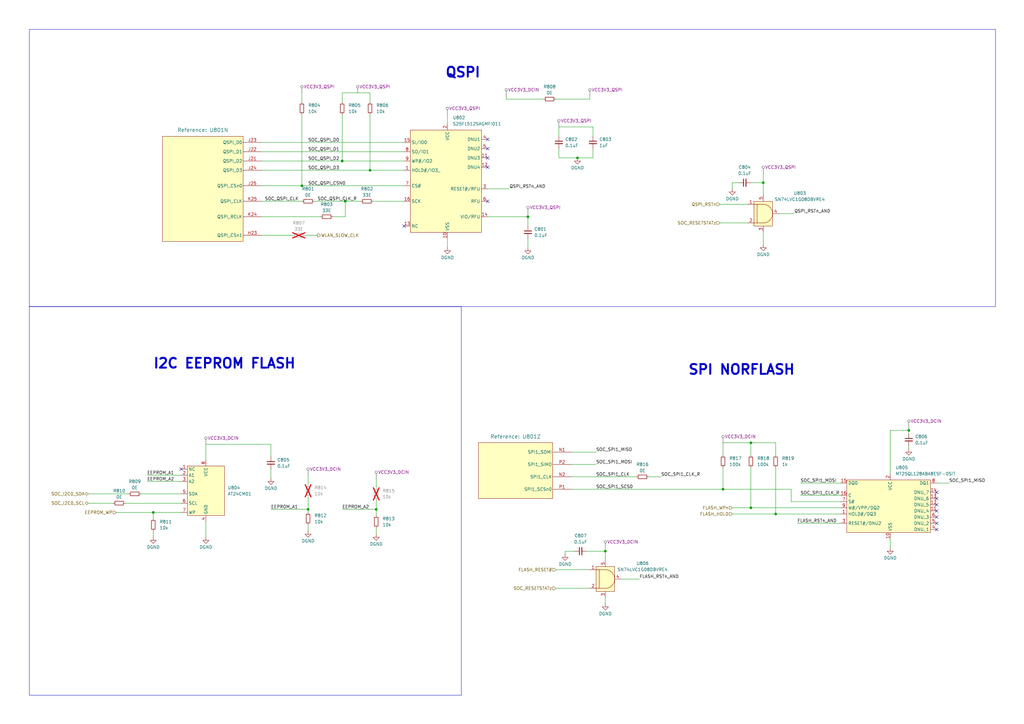
<source format=kicad_sch>
(kicad_sch (version 20250114) (generator "eeschema") (generator_version "9.0")
  (paper "A3")
  (title_block (title "Barre de son (base saine)") (date "2025-05-16") (rev "1.0") (company "NDH"))
  (lib_symbols
    (symbol "Device:C_Small" (pin_numbers (hide yes)) (pin_names (offset 0.254) (hide yes))
      (property "Reference" "C" (at 0.254 1.778 0))
      (property "Value" "C_Small" (at 0.254 -2.032 0))
      (symbol "C_Small_1_1"
        (pin passive line (at 0 2.54 270) (length 2.032) (name "~") (number "1"))
        (pin passive line (at 0 -2.54 90) (length 2.032) (name "~") (number "2"))
      )
    )
    (symbol "Device:R_Small" (pin_numbers (hide yes)) (pin_names (offset 0.254) (hide yes))
      (property "Reference" "R" (at 0.762 0.508 0))
      (property "Value" "R_Small" (at 0.762 -1.016 0))
      (symbol "R_Small_1_1"
        (pin passive line (at 0 2.54 270) (length 0.762) (name "~") (number "1"))
        (pin passive line (at 0 -2.54 90) (length 0.762) (name "~") (number "2"))
      )
    )
    (symbol "Libglobal:66AK2G12ABY100" (pin_names (offset 0.254))
      (property "Reference" "U" (at -46.228 -50.8 0) (show_name))
      (symbol "66AK2G12ABY100_1_1"
        (pin bidirectional line (at -68.58 110.49 0) (length 7.62) (name "DDR3_DQS0_P") (number "AD1"))
        (pin bidirectional line (at -68.58 107.95 0) (length 7.62) (name "DDR3_DQS0_N") (number "AE2"))
        (pin bidirectional line (at -68.58 102.87 0) (length 7.62) (name "DDR3_DQS1_P") (number "AD4"))
        (pin bidirectional line (at -68.58 100.33 0) (length 7.62) (name "DDR3_DQS1_N") (number "AE4"))
        (pin bidirectional line (at -68.58 95.25 0) (length 7.62) (name "DDR3_DQS2_P") (number "AE6"))
        (pin bidirectional line (at -68.58 92.71 0) (length 7.62) (name "DDR3_DQS2_N") (number "AD6"))
        (pin bidirectional line (at -68.58 87.63 0) (length 7.62) (name "DDR3_DQS3_P") (number "AE9"))
        (pin bidirectional line (at -68.58 85.09 0) (length 7.62) (name "DDR3_DQS3_N") (number "AD9"))
        (pin bidirectional line (at -68.58 80.01 0) (length 7.62) (name "DDR3_CBDQS_P") (number "AE12"))
        (pin bidirectional line (at -68.58 77.47 0) (length 7.62) (name "DDR3_CBDQS_N") (number "AD12"))
        (pin tri_state line (at -68.58 72.39 0) (length 7.62) (name "DDR3_DQM0") (number "AB4"))
        (pin tri_state line (at -68.58 69.85 0) (length 7.62) (name "DDR3_DQM1") (number "AA5"))
        (pin tri_state line (at -68.58 67.31 0) (length 7.62) (name "DDR3_DQM2") (number "AC8"))
        (pin tri_state line (at -68.58 64.77 0) (length 7.62) (name "DDR3_DQM3") (number "AA9"))
        (pin bidirectional line (at -68.58 58.42 0) (length 7.62) (name "DDR3_CBDQM") (number "Y11"))
        (pin tri_state line (at -68.58 50.8 0) (length 7.62) (name "DDR3_ODT0") (number "AA13"))
        (pin bidirectional line (at -68.58 48.26 0) (length 7.62) (name "DDR3_ODT1") (number "Y12"))
        (pin bidirectional line (at -68.58 41.91 0) (length 7.62) (name "DDR3_CB00") (number "AA11"))
        (pin bidirectional line (at -68.58 39.37 0) (length 7.62) (name "DDR3_CB01") (number "AB11"))
        (pin bidirectional line (at -68.58 36.83 0) (length 7.62) (name "DDR3_CB02") (number "AC11"))
        (pin bidirectional line (at -68.58 34.29 0) (length 7.62) (name "DDR3_CB03") (number "AC12"))
        (pin tri_state line (at -68.58 27.94 0) (length 7.62) (name "DDR3_CKE0") (number "AB18"))
        (pin bidirectional line (at -68.58 25.4 0) (length 7.62) (name "DDR3_CKE1") (number "AC18"))
        (pin tri_state line (at -68.58 19.05 0) (length 7.62) (name "DDR3_CEn0") (number "AD13"))
        (pin bidirectional line (at -68.58 16.51 0) (length 7.62) (name "DDR3_CEn1") (number "AB12"))
        (pin tri_state line (at -68.58 10.16 0) (length 7.62) (name "DDR_CLK_N") (number "AD24"))
        (pin tri_state line (at -68.58 7.62 0) (length 7.62) (name "DDR_CLK_P") (number "AE24"))
        (pin tri_state line (at -68.58 1.27 0) (length 7.62) (name "DDR3_CLKOUT_P0") (number "AE15"))
        (pin tri_state line (at -68.58 -1.27 0) (length 7.62) (name "DDR3_CLKOUT_N0") (number "AD15"))
        (pin tri_state line (at -68.58 -7.62 0) (length 7.62) (name "DDR3_CLKOUT_P1") (number "AE16"))
        (pin tri_state line (at -68.58 -10.16 0) (length 7.62) (name "DDR3_CLKOUT_N1") (number "AD16"))
        (pin unspecified line (at -68.58 -16.51 0) (length 7.62) (name "DDR3_RZQ0") (number "W12"))
        (pin unspecified line (at -68.58 -19.05 0) (length 7.62) (name "DDR3_RZQ1") (number "V9"))
        (pin tri_state line (at -68.58 -25.4 0) (length 7.62) (name "DDR3_CASn") (number "AC13"))
        (pin tri_state line (at -68.58 -27.94 0) (length 7.62) (name "DDR3_RASn") (number "AE13"))
        (pin tri_state line (at -68.58 -34.29 0) (length 7.62) (name "DDR3_WEn") (number "Y13"))
        (pin tri_state line (at -68.58 -40.64 0) (length 7.62) (name "DDR3_RESETn") (number "Y18"))
        (pin tri_state line (at 2.54 110.49 180) (length 7.62) (name "DDR3_A00") (number "AC15"))
        (pin tri_state line (at 2.54 107.95 180) (length 7.62) (name "DDR3_A01") (number "Y15"))
        (pin tri_state line (at 2.54 105.41 180) (length 7.62) (name "DDR3_A02") (number "AC16"))
        (pin tri_state line (at 2.54 102.87 180) (length 7.62) (name "DDR3_A03") (number "AA15"))
        (pin tri_state line (at 2.54 100.33 180) (length 7.62) (name "DDR3_A04") (number "AB16"))
        (pin tri_state line (at 2.54 97.79 180) (length 7.62) (name "DDR3_A05") (number "AE17"))
        (pin tri_state line (at 2.54 95.25 180) (length 7.62) (name "DDR3_A06") (number "AC14"))
        (pin tri_state line (at 2.54 92.71 180) (length 7.62) (name "DDR3_A07") (number "AB15"))
        (pin tri_state line (at 2.54 90.17 180) (length 7.62) (name "DDR3_A08") (number "AC17"))
        (pin tri_state line (at 2.54 87.63 180) (length 7.62) (name "DDR3_A09") (number "AB17"))
        (pin tri_state line (at 2.54 85.09 180) (length 7.62) (name "DDR3_A10") (number "AB14"))
        (pin tri_state line (at 2.54 82.55 180) (length 7.62) (name "DDR3_A11") (number "AA16"))
        (pin tri_state line (at 2.54 80.01 180) (length 7.62) (name "DDR3_A12") (number "AA17"))
        (pin tri_state line (at 2.54 77.47 180) (length 7.62) (name "DDR3_A13") (number "AA12"))
        (pin tri_state line (at 2.54 74.93 180) (length 7.62) (name "DDR3_A14") (number "Y17"))
        (pin tri_state line (at 2.54 72.39 180) (length 7.62) (name "DDR3_A15") (number "Y16"))
        (pin tri_state line (at 2.54 66.04 180) (length 7.62) (name "DDR3_BA0") (number "AA14"))
        (pin tri_state line (at 2.54 62.23 180) (length 7.62) (name "DDR3_BA1") (number "AB13"))
        (pin tri_state line (at 2.54 58.42 180) (length 7.62) (name "DDR3_BA2") (number "AD17"))
        (pin bidirectional line (at 2.54 52.07 180) (length 7.62) (name "DDR3_D00") (number "AD2"))
        (pin bidirectional line (at 2.54 49.53 180) (length 7.62) (name "DDR3_D01") (number "Y4"))
        (pin bidirectional line (at 2.54 46.99 180) (length 7.62) (name "DDR3_D02") (number "AC3"))
        (pin bidirectional line (at 2.54 44.45 180) (length 7.62) (name "DDR3_D03") (number "AC2"))
        (pin bidirectional line (at 2.54 41.91 180) (length 7.62) (name "DDR3_D04") (number "AE3"))
        (pin bidirectional line (at 2.54 39.37 180) (length 7.62) (name "DDR3_D05") (number "AA4"))
        (pin bidirectional line (at 2.54 36.83 180) (length 7.62) (name "DDR3_D06") (number "AD3"))
        (pin bidirectional line (at 2.54 34.29 180) (length 7.62) (name "DDR3_D07") (number "AB3"))
        (pin bidirectional line (at 2.54 29.21 180) (length 7.62) (name "DDR3_D08") (number "AA6"))
        (pin bidirectional line (at 2.54 26.67 180) (length 7.62) (name "DDR3_D09") (number "Y7"))
        (pin bidirectional line (at 2.54 24.13 180) (length 7.62) (name "DDR3_D10") (number "Y6"))
        (pin bidirectional line (at 2.54 21.59 180) (length 7.62) (name "DDR3_D11") (number "AC5"))
        (pin bidirectional line (at 2.54 19.05 180) (length 7.62) (name "DDR3_D12") (number "AB6"))
        (pin bidirectional line (at 2.54 16.51 180) (length 7.62) (name "DDR3_D13") (number "Y5"))
        (pin bidirectional line (at 2.54 13.97 180) (length 7.62) (name "DDR3_D14") (number "AC4"))
        (pin bidirectional line (at 2.54 11.43 180) (length 7.62) (name "DDR3_D15") (number "AB5"))
        (pin bidirectional line (at 2.54 6.35 180) (length 7.62) (name "DDR3_D16") (number "AB7"))
        (pin bidirectional line (at 2.54 3.81 180) (length 7.62) (name "DDR3_D17") (number "AB8"))
        (pin bidirectional line (at 2.54 1.27 180) (length 7.62) (name "DDR3_D18") (number "AC7"))
        (pin bidirectional line (at 2.54 -1.27 180) (length 7.62) (name "DDR3_D19") (number "AA7"))
        (pin bidirectional line (at 2.54 -3.81 180) (length 7.62) (name "DDR3_D20") (number "AA8"))
        (pin bidirectional line (at 2.54 -6.35 180) (length 7.62) (name "DDR3_D21") (number "AC6"))
        (pin bidirectional line (at 2.54 -8.89 180) (length 7.62) (name "DDR3_D22") (number "AE7"))
        (pin bidirectional line (at 2.54 -11.43 180) (length 7.62) (name "DDR3_D23") (number "AD7"))
        (pin bidirectional line (at 2.54 -16.51 180) (length 7.62) (name "DDR3_D24") (number "AA10"))
        (pin bidirectional line (at 2.54 -19.05 180) (length 7.62) (name "DDR3_D25") (number "AE10"))
        (pin bidirectional line (at 2.54 -21.59 180) (length 7.62) (name "DDR3_D26") (number "AD10"))
        (pin bidirectional line (at 2.54 -24.13 180) (length 7.62) (name "DDR3_D27") (number "AC10"))
        (pin bidirectional line (at 2.54 -26.67 180) (length 7.62) (name "DDR3_D28") (number "AC9"))
        (pin bidirectional line (at 2.54 -29.21 180) (length 7.62) (name "DDR3_D29") (number "AB10"))
        (pin bidirectional line (at 2.54 -31.75 180) (length 7.62) (name "DDR3_D30") (number "AB9"))
        (pin bidirectional line (at 2.54 -34.29 180) (length 7.62) (name "DDR3_D31") (number "Y8"))
      )
      (symbol "66AK2G12ABY100_2_1"
        (pin bidirectional line (at -6.35 44.45 180) (length 7.62) (name "DSS_DATA0") (number "V22"))
        (pin bidirectional line (at -6.35 41.91 180) (length 7.62) (name "DSS_DATA1") (number "U21"))
        (pin bidirectional line (at -6.35 39.37 180) (length 7.62) (name "DSS_DATA2") (number "W22"))
        (pin bidirectional line (at -6.35 36.83 180) (length 7.62) (name "DSS_DATA3") (number "V23"))
        (pin bidirectional line (at -6.35 34.29 180) (length 7.62) (name "DSS_DATA4") (number "U23"))
        (pin bidirectional line (at -6.35 31.75 180) (length 7.62) (name "DSS_DATA5") (number "V24"))
        (pin bidirectional line (at -6.35 29.21 180) (length 7.62) (name "DSS_DATA6") (number "T21"))
        (pin bidirectional line (at -6.35 26.67 180) (length 7.62) (name "DSS_DATA7") (number "U22"))
        (pin bidirectional line (at -6.35 24.13 180) (length 7.62) (name "DSS_DATA8") (number "T22"))
        (pin bidirectional line (at -6.35 21.59 180) (length 7.62) (name "DSS_DATA9") (number "R21"))
        (pin bidirectional line (at -6.35 19.05 180) (length 7.62) (name "DSS_DATA10") (number "U24"))
        (pin bidirectional line (at -6.35 16.51 180) (length 7.62) (name "DSS_DATA11") (number "V25"))
        (pin bidirectional line (at -6.35 13.97 180) (length 7.62) (name "DSS_DATA12") (number "T24"))
        (pin bidirectional line (at -6.35 11.43 180) (length 7.62) (name "DSS_DATA13") (number "P21"))
        (pin bidirectional line (at -6.35 8.89 180) (length 7.62) (name "DSS_DATA14") (number "U25"))
        (pin bidirectional line (at -6.35 6.35 180) (length 7.62) (name "DSS_DATA15") (number "R22"))
        (pin bidirectional line (at -6.35 3.81 180) (length 7.62) (name "DSS_DATA16") (number "P23"))
        (pin bidirectional line (at -6.35 1.27 180) (length 7.62) (name "DSS_DATA17") (number "R24"))
        (pin bidirectional line (at -6.35 -1.27 180) (length 7.62) (name "DSS_DATA18") (number "N22"))
        (pin bidirectional line (at -6.35 -3.81 180) (length 7.62) (name "DSS_DATA19") (number "T25"))
        (pin bidirectional line (at -6.35 -6.35 180) (length 7.62) (name "DSS_DATA20") (number "N24"))
        (pin bidirectional line (at -6.35 -8.89 180) (length 7.62) (name "DSS_DATA21") (number "P24"))
        (pin bidirectional line (at -6.35 -11.43 180) (length 7.62) (name "DSS_DATA22") (number "P25"))
        (pin bidirectional line (at -6.35 -13.97 180) (length 7.62) (name "DSS_DATA23") (number "N23"))
        (pin bidirectional line (at -6.35 -20.32 180) (length 7.62) (name "DSS_VSYNC") (number "R25"))
        (pin bidirectional line (at -6.35 -24.13 180) (length 7.62) (name "DSS_HSYNC") (number "P22"))
        (pin bidirectional line (at -6.35 -27.94 180) (length 7.62) (name "DSS_PCLK") (number "N25"))
        (pin bidirectional line (at -6.35 -31.75 180) (length 7.62) (name "DSS_FID") (number "L25"))
        (pin bidirectional line (at -6.35 -35.56 180) (length 7.62) (name "DSS_DE") (number "M25"))
        (pin bidirectional line (at -6.35 -41.91 180) (length 7.62) (name "PR1_MDIO_DATA") (number "E18"))
      )
      (symbol "66AK2G12ABY100_3_1"
        (pin bidirectional line (at 1.27 71.12 180) (length 7.62) (name "PR1_PRU1_GPO0/PR1_PRU1_GPI0/GPIO1_26") (number "A14"))
        (pin bidirectional line (at 1.27 66.04 180) (length 7.62) (name "PR1_PRU1_GPO1/PR1_PRU1_GPI1/GPIO1_27") (number "B14"))
        (pin bidirectional line (at 1.27 60.96 180) (length 7.62) (name "PR1_PRU1_GPO2/PR1_PRU1_GPI2/GPIO1_28") (number "C14"))
        (pin bidirectional line (at 1.27 55.88 180) (length 7.62) (name "PR1_PRU1_GPO3/PR1_PRU1_GPI3/GPIO1_29") (number "E14"))
        (pin bidirectional line (at 1.27 50.8 180) (length 7.62) (name "PR1_PRU1_GPO4/PR1_PRU1_GPI4/GPIO1_30") (number "D14"))
        (pin bidirectional line (at 1.27 45.72 180) (length 7.62) (name "PR1_PRU1_GPO5/PR1_PRU1_GPI5/GPIO1_31") (number "A15"))
        (pin bidirectional line (at 1.27 40.64 180) (length 7.62) (name "PR1_PRU1_GPO6/PR1_PRU1_GPI6/GPIO1_32") (number "F14"))
        (pin bidirectional line (at 1.27 35.56 180) (length 7.62) (name "PR1_PRU1_GPO7/PR1_PRU1_GPI7/GPIO1_33") (number "B15"))
        (pin bidirectional line (at 1.27 30.48 180) (length 7.62) (name "PR1_PRU1_GPO8/PR1_PRU1_GPI8/GPIO1_34") (number "C15"))
        (pin bidirectional line (at 1.27 25.4 180) (length 7.62) (name "PR1_PRU1_GPO15/PR1_PRU1_GPI15/GPIO1_41") (number "C18"))
        (pin bidirectional line (at 1.27 19.05 180) (length 7.62) (name "PR1_PRU1_GPO16/PR1_PRU1_GPI16/GPIO1_42") (number "D16"))
        (pin bidirectional line (at 1.27 8.89 180) (length 7.62) (name "GPMC_BEn1/GPIO0_21") (number "AB24"))
        (pin bidirectional line (at 1.27 3.81 180) (length 7.62) (name "GPMC_CLK/GPIO0_16") (number "AB23"))
        (pin bidirectional line (at 1.27 -5.08 180) (length 7.62) (name "MII_RXER/RMII_RXER/GPIO0_82") (number "F23"))
        (pin bidirectional line (at 1.27 -11.43 180) (length 7.62) (name "MII_COL/GPIO0_83") (number "B25"))
        (pin bidirectional line (at 1.27 -17.78 180) (length 7.62) (name "MII_CRS/RMII_CRS_DV/GPIO0_84") (number "G22"))
        (pin bidirectional line (at 1.27 -29.21 180) (length 7.62) (name "SPI3_SCSn1/PR0_UART0_RXD/GPIO0_87") (number "E25"))
        (pin bidirectional line (at 1.27 -36.83 180) (length 7.62) (name "SPI1_SCSn1/GPIO0_100") (number "N3"))
      )
      (symbol "66AK2G12ABY100_4_1"
        (pin bidirectional line (at -15.24 -25.4 180) (length 7.62) (name "SPI0_SOMI") (number "M1"))
        (pin bidirectional line (at -15.24 -30.48 180) (length 7.62) (name "SPI0_SIMO") (number "N4"))
        (pin bidirectional line (at -15.24 -35.56 180) (length 7.62) (name "SPI0_CLK") (number "M2"))
        (pin bidirectional line (at -15.24 -40.64 180) (length 7.62) (name "SPI0_SCSn0") (number "M3"))
        (pin bidirectional line (at -15.24 -45.72 180) (length 7.62) (name "SPI0_SCSn1") (number "M4"))
      )
      (symbol "66AK2G12ABY100_5_1"
        (pin bidirectional line (at -7.62 31.75 180) (length 7.62) (name "GPMC_AD0") (number "AC21"))
        (pin bidirectional line (at -7.62 29.21 180) (length 7.62) (name "GPMC_AD1") (number "AE20"))
        (pin bidirectional line (at -7.62 26.67 180) (length 7.62) (name "GPMC_AD2") (number "AD22"))
        (pin bidirectional line (at -7.62 24.13 180) (length 7.62) (name "GPMC_AD3") (number "AD20"))
        (pin bidirectional line (at -7.62 21.59 180) (length 7.62) (name "GPMC_AD4") (number "AE21"))
        (pin bidirectional line (at -7.62 19.05 180) (length 7.62) (name "GPMC_AD5") (number "AE22"))
        (pin bidirectional line (at -7.62 16.51 180) (length 7.62) (name "GPMC_AD6") (number "AC20"))
        (pin bidirectional line (at -7.62 13.97 180) (length 7.62) (name "GPMC_AD7") (number "AD21"))
        (pin bidirectional line (at -7.62 11.43 180) (length 7.62) (name "GPMC_AD8") (number "AE23"))
        (pin bidirectional line (at -7.62 8.89 180) (length 7.62) (name "GPMC_AD9") (number "AB20"))
        (pin bidirectional line (at -7.62 6.35 180) (length 7.62) (name "GPMC_AD10") (number "AA20"))
        (pin bidirectional line (at -7.62 3.81 180) (length 7.62) (name "GPMC_AD11") (number "AD23"))
        (pin bidirectional line (at -7.62 1.27 180) (length 7.62) (name "GPMC_AD12") (number "AA21"))
        (pin bidirectional line (at -7.62 -1.27 180) (length 7.62) (name "GPMC_AD13") (number "AB21"))
        (pin bidirectional line (at -7.62 -3.81 180) (length 7.62) (name "GPMC_AD14") (number "AB22"))
        (pin bidirectional line (at -7.62 -6.35 180) (length 7.62) (name "GPMC_AD15") (number "AA22"))
        (pin bidirectional line (at -7.62 -16.51 180) (length 7.62) (name "GPMC_ADVn_ALE") (number "AC23"))
        (pin bidirectional line (at -7.62 -19.05 180) (length 7.62) (name "GPMC_OEn_REn") (number "AC22"))
        (pin bidirectional line (at -7.62 -21.59 180) (length 7.62) (name "GPMC_WEn") (number "Y22"))
        (pin bidirectional line (at -7.62 -24.13 180) (length 7.62) (name "GPMC_BEn0_CLE") (number "AC24"))
        (pin bidirectional line (at -7.62 -26.67 180) (length 7.62) (name "GPMC_WAIT0") (number "Y24"))
        (pin bidirectional line (at -7.62 -36.83 180) (length 7.62) (name "GPMC_WPn") (number "W25"))
        (pin bidirectional line (at -7.62 -43.18 180) (length 7.62) (name "GPMC_CSn0") (number "AB25"))
      )
      (symbol "66AK2G12ABY100_6_1"
        (pin bidirectional line (at -11.43 8.89 180) (length 7.62) (name "MMC1_DAT0") (number "H3"))
        (pin bidirectional line (at -11.43 3.81 180) (length 7.62) (name "MMC1_DAT1") (number "F5"))
        (pin bidirectional line (at -11.43 -1.27 180) (length 7.62) (name "MMC1_DAT2") (number "J5"))
        (pin bidirectional line (at -11.43 -6.35 180) (length 7.62) (name "MMC1_DAT3") (number "H4"))
        (pin bidirectional line (at -11.43 -11.43 180) (length 7.62) (name "MMC1_DAT4") (number "E3"))
        (pin bidirectional line (at -11.43 -13.97 180) (length 7.62) (name "MMC1_DAT5") (number "G4"))
        (pin bidirectional line (at -11.43 -16.51 180) (length 7.62) (name "MMC1_DAT6") (number "F4"))
        (pin bidirectional line (at -11.43 -19.05 180) (length 7.62) (name "MMC1_DAT7") (number "G5"))
        (pin bidirectional line (at -11.43 -24.13 180) (length 7.62) (name "MMC1_CLK") (number "J4"))
        (pin bidirectional line (at -11.43 -29.21 180) (length 7.62) (name "MMC1_CMD") (number "J2"))
        (pin bidirectional line (at -11.43 -34.29 180) (length 7.62) (name "MMC1_POW") (number "K2"))
        (pin bidirectional line (at -11.43 -36.83 180) (length 7.62) (name "MMC1_SDCD") (number "J3"))
        (pin bidirectional line (at -11.43 -43.18 180) (length 7.62) (name "MMC1_SDWP") (number "K3"))
      )
      (symbol "66AK2G12ABY100_7_1"
        (pin bidirectional line (at -13.97 29.21 180) (length 7.62) (name "MII_TXD0") (number "G23"))
        (pin bidirectional line (at -13.97 24.13 180) (length 7.62) (name "MII_TXD1") (number "G24"))
        (pin bidirectional line (at -13.97 19.05 180) (length 7.62) (name "MII_TXD2") (number "G25"))
        (pin bidirectional line (at -13.97 13.97 180) (length 7.62) (name "MII_TXD3") (number "D25"))
        (pin bidirectional line (at -13.97 6.35 180) (length 7.62) (name "MII_TXCLK") (number "C25"))
        (pin bidirectional line (at -13.97 1.27 180) (length 7.62) (name "MII_TXEN") (number "H25"))
        (pin bidirectional line (at -13.97 -6.35 180) (length 7.62) (name "MDIO_CLK") (number "U3"))
        (pin bidirectional line (at -13.97 -10.16 180) (length 7.62) (name "MDIO_DATA") (number "V3"))
        (pin bidirectional line (at -13.97 -17.78 180) (length 7.62) (name "MII_RXCLK") (number "A22"))
        (pin bidirectional line (at -13.97 -22.86 180) (length 7.62) (name "MII_RXDV") (number "A24"))
        (pin bidirectional line (at -13.97 -30.48 180) (length 7.62) (name "MII_RXD0") (number "B24"))
        (pin bidirectional line (at -13.97 -35.56 180) (length 7.62) (name "MII_RXD1") (number "C23"))
        (pin bidirectional line (at -13.97 -40.64 180) (length 7.62) (name "MII_RXD2") (number "B23"))
        (pin bidirectional line (at -13.97 -45.72 180) (length 7.62) (name "MII_RXD3") (number "F22"))
      )
      (symbol "66AK2G12ABY100_8_1"
        (pin input line (at -10.16 -5.08 180) (length 7.62) (name "NMIn") (number "W1"))
        (pin input line (at -10.16 -10.16 180) (length 7.62) (name "PORn") (number "AA3"))
        (pin input line (at -10.16 -15.24 180) (length 7.62) (name "LRESETNMIENn") (number "V1"))
        (pin input line (at -10.16 -20.32 180) (length 7.62) (name "LRESETn") (number "V2"))
        (pin input line (at -10.16 -25.4 180) (length 7.62) (name "RESETn") (number "W3"))
        (pin input line (at -10.16 -30.48 180) (length 7.62) (name "RESETFULLn") (number "W2"))
        (pin output line (at -10.16 -38.1 180) (length 7.62) (name "RESETSTATn") (number "Y2"))
        (pin tri_state line (at -10.16 -45.72 180) (length 7.62) (name "BOOTCOMPLETE") (number "Y3"))
      )
      (symbol "66AK2G12ABY100_9_1"
        (pin input line (at -69.85 8.89 0) (length 7.62) (name "AUDOSC_IN") (number "C17"))
        (pin output line (at -69.85 3.81 0) (length 7.62) (name "AUDOSC_OUT") (number "A17"))
        (pin power_in line (at -69.85 -1.27 0) (length 7.62) (name "VSS_OSC_AUDIO") (number "B17"))
        (pin output line (at -69.85 -12.7 0) (length 7.62) (name "USB1_XO") (number "C20"))
        (pin output line (at -69.85 -17.78 0) (length 7.62) (name "USB0_XO") (number "D19"))
        (pin tri_state line (at -69.85 -26.67 0) (length 7.62) (name "OBSPLL_LOCK") (number "N5"))
        (pin output line (at -69.85 -30.48 0) (length 7.62) (name "OBSCLK_P") (number "K1"))
        (pin output line (at -69.85 -34.29 0) (length 7.62) (name "OBSCLK_N") (number "L1"))
        (pin output line (at -69.85 -44.45 0) (length 7.62) (name "RMII_REFCLK/PR0_eCAP0_eCAP_SYNCOUT") (number "D24"))
        (pin input line (at 6.35 8.89 180) (length 7.62) (name "SYSOSC_IN") (number "AC19"))
        (pin output line (at 6.35 3.81 180) (length 7.62) (name "SYSOSC_OUT") (number "AE19"))
        (pin power_in line (at 6.35 -1.27 180) (length 7.62) (name "VSS_OSC_SYS") (number "AD19"))
        (pin input line (at 6.35 -10.16 180) (length 7.62) (name "SYSCLK_P") (number "AD25"))
        (pin input line (at 6.35 -15.24 180) (length 7.62) (name "SYSCLK_N") (number "AC25"))
        (pin input line (at 6.35 -24.13 180) (length 7.62) (name "SYSCLKSEL") (number "R1"))
        (pin tri_state line (at 6.35 -30.48 180) (length 7.62) (name "SYSCLKOUT") (number "M21"))
        (pin input line (at 6.35 -39.37 180) (length 7.62) (name "CPTS_REFCLK_P") (number "K21"))
        (pin input line (at 6.35 -44.45 180) (length 7.62) (name "CPTS_REFCLK_N") (number "L21"))
      )
      (symbol "66AK2G12ABY100_10_1"
        (pin input line (at -17.78 -17.78 180) (length 7.62) (name "TDI") (number "L5"))
        (pin tri_state line (at -17.78 -21.59 180) (length 7.62) (name "TDO") (number "K5"))
        (pin input line (at -17.78 -25.4 180) (length 7.62) (name "TCK") (number "L3"))
        (pin input line (at -17.78 -29.21 180) (length 7.62) (name "TMS") (number "K4"))
        (pin input line (at -17.78 -33.02 180) (length 7.62) (name "TRSTn") (number "L4"))
        (pin bidirectional line (at -17.78 -39.37 180) (length 7.62) (name "EMU00") (number "M22"))
        (pin bidirectional line (at -17.78 -45.72 180) (length 7.62) (name "EMU01") (number "L22"))
      )
      (symbol "66AK2G12ABY100_11_1"
        (pin bidirectional line (at -10.16 5.08 180) (length 7.62) (name "MLBP_DAT_P") (number "K23"))
        (pin bidirectional line (at -10.16 0 180) (length 7.62) (name "MLBP_DAT_N") (number "K22"))
        (pin bidirectional line (at -10.16 -6.35 180) (length 7.62) (name "MLBP_SIG_P") (number "L24"))
        (pin bidirectional line (at -10.16 -11.43 180) (length 7.62) (name "MLBP_SIG_N") (number "M24"))
        (pin input line (at -10.16 -19.05 180) (length 7.62) (name "MLBP_CLK_P") (number "M23"))
        (pin input line (at -10.16 -24.13 180) (length 7.62) (name "MLBP_CLK_N") (number "L23"))
        (pin bidirectional line (at -10.16 -34.29 180) (length 7.62) (name "GPMC_WAIT1") (number "AA24"))
        (pin bidirectional line (at -10.16 -39.37 180) (length 7.62) (name "GPMC_DIR") (number "AA25"))
        (pin bidirectional line (at -10.16 -44.45 180) (length 7.62) (name "GPMC_CSn1") (number "W24"))
      )
      (symbol "66AK2G12ABY100_12_1"
        (pin bidirectional line (at -13.97 -13.97 180) (length 7.62) (name "USB1_DP") (number "B20"))
        (pin bidirectional line (at -13.97 -17.78 180) (length 7.62) (name "USB1_DM") (number "A20"))
        (pin unspecified line (at -13.97 -25.4 180) (length 7.62) (name "USB1_ID") (number "E20"))
        (pin unspecified line (at -13.97 -30.48 180) (length 7.62) (name "USB1_VBUS") (number "A21"))
        (pin tri_state line (at -13.97 -38.1 180) (length 7.62) (name "USB1_DRVVBUS") (number "B21"))
        (pin unspecified line (at -13.97 -45.72 180) (length 7.62) (name "USB1_TXRTUNE_RKELVIN") (number "D20"))
      )
      (symbol "66AK2G12ABY100_13_1"
        (pin bidirectional line (at -16.51 -38.1 180) (length 7.62) (name "I2C0_SCL") (number "U5"))
        (pin bidirectional line (at -16.51 -45.72 180) (length 7.62) (name "I2C0_SDA") (number "W5"))
      )
      (symbol "66AK2G12ABY100_14_1"
        (pin bidirectional line (at -7.62 -7.62 180) (length 7.62) (name "QSPI_D0") (number "J23"))
        (pin bidirectional line (at -7.62 -11.43 180) (length 7.62) (name "QSPI_D1") (number "J22"))
        (pin bidirectional line (at -7.62 -15.24 180) (length 7.62) (name "QSPI_D2") (number "J21"))
        (pin bidirectional line (at -7.62 -19.05 180) (length 7.62) (name "QSPI_D3") (number "J24"))
        (pin bidirectional line (at -7.62 -25.4 180) (length 7.62) (name "QSPI_CSn0") (number "J25"))
        (pin bidirectional line (at -7.62 -31.75 180) (length 7.62) (name "QSPI_CLK") (number "K25"))
        (pin bidirectional line (at -7.62 -38.1 180) (length 7.62) (name "QSPI_RCLK") (number "K24"))
        (pin bidirectional line (at -7.62 -45.72 180) (length 7.62) (name "QSPI_CSn1") (number "H23"))
      )
      (symbol "66AK2G12ABY100_15_1"
        (pin tri_state line (at -15.24 -34.29 180) (length 7.62) (name "UART0_TXD") (number "T1"))
        (pin input line (at -15.24 -38.1 180) (length 7.62) (name "UART0_RXD") (number "T4"))
        (pin bidirectional line (at -15.24 -41.91 180) (length 7.62) (name "UART0_CTSn") (number "T2"))
        (pin bidirectional line (at -15.24 -45.72 180) (length 7.62) (name "UART0_RTSn") (number "U1"))
      )
      (symbol "66AK2G12ABY100_16_1"
        (pin output line (at -13.97 -6.35 180) (length 7.62) (name "PCIE_TXP0") (number "G1"))
        (pin output line (at -13.97 -11.43 180) (length 7.62) (name "PCIE_TXN0") (number "H1"))
        (pin input line (at -13.97 -19.05 180) (length 7.62) (name "PCIE_RXP0") (number "E1"))
        (pin input line (at -13.97 -24.13 180) (length 7.62) (name "PCIE_RXN0") (number "D1"))
        (pin input line (at -13.97 -31.75 180) (length 7.62) (name "PCIE_CLK_P") (number "G2"))
        (pin input line (at -13.97 -35.56 180) (length 7.62) (name "PCIE_CLK_N") (number "F2"))
        (pin unspecified line (at -13.97 -43.18 180) (length 7.62) (name "PCIE_REFRES") (number "H7"))
      )
      (symbol "66AK2G12ABY100_17_1"
        (pin bidirectional line (at -8.89 -30.48 180) (length 7.62) (name "DCAN0_TX") (number "P5"))
        (pin bidirectional line (at -8.89 -35.56 180) (length 7.62) (name "DCAN0_RX") (number "R5"))
        (pin bidirectional line (at -8.89 -43.18 180) (length 7.62) (name "QSPI_CSn2") (number "H22"))
        (pin bidirectional line (at -8.89 -46.99 180) (length 7.62) (name "QSPI_CSn3") (number "H21"))
      )
      (symbol "66AK2G12ABY100_18_1"
        (pin bidirectional line (at -6.35 3.81 180) (length 7.62) (name "eHRPWM3_A") (number "A23"))
        (pin bidirectional line (at -6.35 0 180) (length 7.62) (name "eHRPWM3_B") (number "B22"))
        (pin bidirectional line (at -6.35 -3.81 180) (length 7.62) (name "MII_TXER") (number "H24"))
        (pin bidirectional line (at -6.35 -7.62 180) (length 7.62) (name "eHRPWM3_SYNCO") (number "D23"))
        (pin bidirectional line (at -6.35 -11.43 180) (length 7.62) (name "eHRPWM3_SYNCI") (number "C22"))
        (pin bidirectional line (at -6.35 -17.78 180) (length 7.62) (name "PR1_PRU0_GPO18") (number "D12"))
        (pin bidirectional line (at -6.35 -21.59 180) (length 7.62) (name "PR1_PRU0_GPO19") (number "D13"))
        (pin bidirectional line (at -6.35 -25.4 180) (length 7.62) (name "PR1_PRU0_GPO17") (number "E13"))
        (pin bidirectional line (at -6.35 -31.75 180) (length 7.62) (name "PR1_PRU1_GPO18") (number "E17"))
        (pin bidirectional line (at -6.35 -35.56 180) (length 7.62) (name "PR1_PRU1_GPO19") (number "E16"))
        (pin bidirectional line (at -6.35 -39.37 180) (length 7.62) (name "PR1_PRU1_GPO17") (number "F16"))
        (pin bidirectional line (at -6.35 -45.72 180) (length 7.62) (name "PR1_MDIO_MDCLK") (number "D18"))
      )
      (symbol "66AK2G12ABY100_19_1"
        (pin unspecified line (at -8.89 -3.81 180) (length 7.62) (name "RSV1") (number "AA19"))
        (pin input line (at -8.89 -7.62 180) (length 7.62) (name "RSV2") (number "AB19"))
        (pin unspecified line (at -8.89 -11.43 180) (length 7.62) (name "RSV3") (number "Y20"))
        (pin unspecified line (at -8.89 -15.24 180) (length 7.62) (name "RSV4") (number "W19"))
        (pin unspecified line (at -8.89 -19.05 180) (length 7.62) (name "RSV5") (number "D2"))
        (pin input line (at -8.89 -22.86 180) (length 7.62) (name "RSV6") (number "L2"))
        (pin unspecified line (at -8.89 -26.67 180) (length 7.62) (name "RSV7") (number "G3"))
        (pin unspecified line (at -8.89 -30.48 180) (length 7.62) (name "RSV8") (number "F18"))
        (pin unspecified line (at -8.89 -34.29 180) (length 7.62) (name "RSV9") (number "H2"))
        (pin tri_state line (at -8.89 -38.1 180) (length 7.62) (name "RSV10") (number "AA18"))
        (pin tri_state line (at -8.89 -41.91 180) (length 7.62) (name "RSV11") (number "Y19"))
        (pin unspecified line (at -8.89 -45.72 180) (length 7.62) (name "RSV12") (number "Y14"))
      )
      (symbol "66AK2G12ABY100_20_1"
        (pin power_in line (at -57.15 46.99 0) (length 7.62) (name "CVDD") (number "N14"))
        (pin power_in line (at -57.15 43.18 0) (length 7.62) (name "CVDD") (number "N12"))
        (pin power_in line (at -57.15 39.37 0) (length 7.62) (name "CVDD") (number "N10"))
        (pin power_in line (at -57.15 35.56 0) (length 7.62) (name "CVDD") (number "M17"))
        (pin power_in line (at -57.15 31.75 0) (length 7.62) (name "CVDD") (number "M15"))
        (pin power_in line (at -57.15 27.94 0) (length 7.62) (name "CVDD") (number "M13"))
        (pin power_in line (at -57.15 24.13 0) (length 7.62) (name "CVDD") (number "M11"))
        (pin power_in line (at -57.15 20.32 0) (length 7.62) (name "CVDD") (number "M9"))
        (pin power_in line (at -57.15 16.51 0) (length 7.62) (name "CVDD") (number "L18"))
        (pin power_in line (at -57.15 12.7 0) (length 7.62) (name "CVDD") (number "L16"))
        (pin power_in line (at -57.15 8.89 0) (length 7.62) (name "CVDD") (number "L14"))
        (pin power_in line (at -57.15 5.08 0) (length 7.62) (name "CVDD") (number "L12"))
        (pin power_in line (at -57.15 1.27 0) (length 7.62) (name "CVDD") (number "L10"))
        (pin power_in line (at -57.15 -2.54 0) (length 7.62) (name "CVDD") (number "K17"))
        (pin power_in line (at -57.15 -6.35 0) (length 7.62) (name "CVDD") (number "K15"))
        (pin power_in line (at -57.15 -10.16 0) (length 7.62) (name "CVDD") (number "K13"))
        (pin power_in line (at -57.15 -13.97 0) (length 7.62) (name "CVDD") (number "K11"))
        (pin power_in line (at -57.15 -17.78 0) (length 7.62) (name "CVDD") (number "K9"))
        (pin power_in line (at -57.15 -21.59 0) (length 7.62) (name "CVDD") (number "J16"))
        (pin power_in line (at -57.15 -29.21 0) (length 7.62) (name "CVDD1") (number "T13"))
        (pin power_in line (at -57.15 -33.02 0) (length 7.62) (name "CVDD1") (number "N18"))
        (pin power_in line (at -57.15 -36.83 0) (length 7.62) (name "CVDD1") (number "N8"))
        (pin power_in line (at -57.15 -40.64 0) (length 7.62) (name "CVDD1") (number "J12"))
        (pin power_in line (at -57.15 -44.45 0) (length 7.62) (name "CVDD1") (number "M5"))
        (pin power_in line (at -6.35 46.99 180) (length 7.62) (name "CVDD") (number "N16"))
        (pin power_in line (at -6.35 43.18 180) (length 7.62) (name "CVDD") (number "P9"))
        (pin power_in line (at -6.35 39.37 180) (length 7.62) (name "CVDD") (number "P11"))
        (pin power_in line (at -6.35 35.56 180) (length 7.62) (name "CVDD") (number "P13"))
        (pin power_in line (at -6.35 31.75 180) (length 7.62) (name "CVDD") (number "P15"))
        (pin power_in line (at -6.35 27.94 180) (length 7.62) (name "CVDD") (number "P17"))
        (pin power_in line (at -6.35 24.13 180) (length 7.62) (name "CVDD") (number "R8"))
        (pin power_in line (at -6.35 20.32 180) (length 7.62) (name "CVDD") (number "R10"))
        (pin power_in line (at -6.35 16.51 180) (length 7.62) (name "CVDD") (number "R12"))
        (pin power_in line (at -6.35 12.7 180) (length 7.62) (name "CVDD") (number "R14"))
        (pin power_in line (at -6.35 8.89 180) (length 7.62) (name "CVDD") (number "R16"))
        (pin power_in line (at -6.35 5.08 180) (length 7.62) (name "CVDD") (number "R18"))
        (pin power_in line (at -6.35 1.27 180) (length 7.62) (name "CVDD") (number "T9"))
        (pin power_in line (at -6.35 -2.54 180) (length 7.62) (name "CVDD") (number "T11"))
        (pin power_in line (at -6.35 -6.35 180) (length 7.62) (name "CVDD") (number "T15"))
        (pin power_in line (at -6.35 -10.16 180) (length 7.62) (name "CVDD") (number "T17"))
        (pin power_in line (at -6.35 -13.97 180) (length 7.62) (name "CVDD") (number "U16"))
        (pin power_in line (at -6.35 -17.78 180) (length 7.62) (name "CVDD") (number "J10"))
        (pin power_in line (at -6.35 -21.59 180) (length 7.62) (name "CVDD") (number "J14"))
      )
      (symbol "66AK2G12ABY100_21_1"
        (pin power_in line (at -2.54 50.8 180) (length 7.62) (name "DVDD33") (number "H9"))
        (pin power_in line (at -2.54 46.99 180) (length 7.62) (name "DVDD33") (number "AA23"))
        (pin power_in line (at -2.54 43.18 180) (length 7.62) (name "DVDD33") (number "E23"))
        (pin power_in line (at -2.54 39.37 180) (length 7.62) (name "DVDD33") (number "F21"))
        (pin power_in line (at -2.54 35.56 180) (length 7.62) (name "DVDD33") (number "G20"))
        (pin power_in line (at -2.54 31.75 180) (length 7.62) (name "DVDD33") (number "J20"))
        (pin power_in line (at -2.54 27.94 180) (length 7.62) (name "DVDD33") (number "P19"))
        (pin power_in line (at -2.54 24.13 180) (length 7.62) (name "DVDD33") (number "R20"))
        (pin power_in line (at -2.54 20.32 180) (length 7.62) (name "DVDD33") (number "T19"))
        (pin power_in line (at -2.54 16.51 180) (length 7.62) (name "DVDD33") (number "U20"))
        (pin power_in line (at -2.54 12.7 180) (length 7.62) (name "DVDD33") (number "V21"))
        (pin power_in line (at -2.54 8.89 180) (length 7.62) (name "DVDD33") (number "F7"))
        (pin power_in line (at -2.54 5.08 180) (length 7.62) (name "DVDD33") (number "F11"))
        (pin power_in line (at -2.54 1.27 180) (length 7.62) (name "DVDD33") (number "F15"))
        (pin power_in line (at -2.54 -2.54 180) (length 7.62) (name "DVDD33") (number "G12"))
        (pin power_in line (at -2.54 -6.35 180) (length 7.62) (name "DVDD33") (number "G16"))
        (pin power_in line (at -2.54 -10.16 180) (length 7.62) (name "DVDD33") (number "H11"))
        (pin power_in line (at -2.54 -13.97 180) (length 7.62) (name "DVDD33") (number "H13"))
        (pin power_in line (at -2.54 -17.78 180) (length 7.62) (name "DVDD33") (number "H15"))
        (pin power_in line (at -2.54 -21.59 180) (length 7.62) (name "DVDD33") (number "P7"))
        (pin power_in line (at -2.54 -25.4 180) (length 7.62) (name "DVDD33") (number "R6"))
        (pin power_in line (at -2.54 -29.21 180) (length 7.62) (name "DVDD33") (number "T23"))
        (pin power_in line (at -2.54 -33.02 180) (length 7.62) (name "DVDD33") (number "T7"))
        (pin power_in line (at -2.54 -40.64 180) (length 7.62) (name "DVDD33_USB") (number "H17"))
        (pin power_in line (at -2.54 -43.18 180) (length 7.62) (name "DVDD33_USB") (number "G18"))
      )
      (symbol "66AK2G12ABY100_22_1"
        (pin power_in line (at -67.31 15.24 0) (length 7.62) (name "DVDD18") (number "F17"))
        (pin power_in line (at -67.31 12.7 0) (length 7.62) (name "DVDD18") (number "L20"))
        (pin power_in line (at -67.31 10.16 0) (length 7.62) (name "DVDD18") (number "K19"))
        (pin power_in line (at -67.31 7.62 0) (length 7.62) (name "DVDD18") (number "M7"))
        (pin power_in line (at -67.31 5.08 0) (length 7.62) (name "DVDD18") (number "L6"))
        (pin power_in line (at -67.31 2.54 0) (length 7.62) (name "DVDD18") (number "W6"))
        (pin power_in line (at -67.31 0 0) (length 7.62) (name "DVDD18") (number "U6"))
        (pin power_in line (at -67.31 -2.54 0) (length 7.62) (name "DVDD18") (number "U18"))
        (pin power_in line (at -67.31 -5.08 0) (length 7.62) (name "DVDD18") (number "V19"))
        (pin power_in line (at -67.31 -7.62 0) (length 7.62) (name "DVDD18") (number "J6"))
        (pin power_in line (at -67.31 -10.16 0) (length 7.62) (name "DVDD18") (number "H5"))
        (pin power_in line (at -67.31 -13.97 0) (length 7.62) (name "DVDD18") (number "G6"))
        (pin power_in line (at -67.31 -16.51 0) (length 7.62) (name "DVDD18") (number "F19"))
        (pin power_in line (at 1.27 15.24 180) (length 7.62) (name "DVDD_DDR") (number "AD5"))
        (pin power_in line (at 1.27 12.7 180) (length 7.62) (name "DVDD_DDR") (number "AD11"))
        (pin power_in line (at 1.27 10.16 180) (length 7.62) (name "DVDD_DDR") (number "AD18"))
        (pin power_in line (at 1.27 7.62 180) (length 7.62) (name "DVDD_DDR") (number "U8"))
        (pin power_in line (at 1.27 5.08 180) (length 7.62) (name "DVDD_DDR") (number "U10"))
        (pin power_in line (at 1.27 2.54 180) (length 7.62) (name "DVDD_DDR") (number "U12"))
        (pin power_in line (at 1.27 0 180) (length 7.62) (name "DVDD_DDR") (number "U14"))
        (pin power_in line (at 1.27 -2.54 180) (length 7.62) (name "DVDD_DDR") (number "V7"))
        (pin power_in line (at 1.27 -5.08 180) (length 7.62) (name "DVDD_DDR") (number "V11"))
        (pin power_in line (at 1.27 -7.62 180) (length 7.62) (name "DVDD_DDR") (number "V13"))
        (pin power_in line (at 1.27 -10.16 180) (length 7.62) (name "DVDD_DDR") (number "V15"))
        (pin power_in line (at 1.27 -12.7 180) (length 7.62) (name "DVDD_DDR") (number "V17"))
        (pin power_in line (at 1.27 -15.24 180) (length 7.62) (name "DVDD_DDR") (number "W16"))
        (pin power_in line (at 1.27 -17.78 180) (length 7.62) (name "DVDD_DDR") (number "W18"))
        (pin power_in line (at 1.27 -20.32 180) (length 7.62) (name "DVDD_DDR") (number "AE8"))
        (pin power_in line (at 1.27 -22.86 180) (length 7.62) (name "DVDD_DDR") (number "AE14"))
        (pin unspecified line (at 1.27 -33.02 180) (length 7.62) (name "DDR3_VREFSSTL") (number "Y9"))
      )
      (symbol "66AK2G12ABY100_23_1"
        (pin power_in line (at -8.89 21.59 180) (length 7.62) (name "DVDD_DDRDLL") (number "W8"))
        (pin power_in line (at -8.89 19.05 180) (length 7.62) (name "DVDD_DDRDLL") (number "W10"))
        (pin power_in line (at -8.89 16.51 180) (length 7.62) (name "DVDD_DDRDLL") (number "W14"))
        (pin power_in line (at -8.89 10.16 180) (length 7.62) (name "AVDDA_DDRPLL") (number "W20"))
        (pin power_in line (at -8.89 6.35 180) (length 7.62) (name "AVDDA_DSSPLL") (number "N20"))
        (pin power_in line (at -8.89 2.54 180) (length 7.62) (name "AVDDA_MAINPLL") (number "M19"))
        (pin power_in line (at -8.89 -1.27 180) (length 7.62) (name "AVDDA_NSSPLL") (number "G14"))
        (pin power_in line (at -8.89 -5.08 180) (length 7.62) (name "AVDDA_UARTPLL") (number "G10"))
        (pin power_in line (at -8.89 -8.89 180) (length 7.62) (name "AVDDA_ICSSPLL") (number "G8"))
        (pin power_in line (at -8.89 -12.7 180) (length 7.62) (name "AVDDA_ARMPLL") (number "N6"))
        (pin power_in line (at -8.89 -20.32 180) (length 7.62) (name "VDDAHV") (number "K7"))
        (pin unspecified line (at -8.89 -26.67 180) (length 7.62) (name "LDO_PCIE_CAP") (number "J8"))
        (pin unspecified line (at -8.89 -29.21 180) (length 7.62) (name "LDO_PCIE_CAP") (number "L8"))
        (pin unspecified line (at -8.89 -35.56 180) (length 7.62) (name "LDO_USB_CAP") (number "J18"))
        (pin unspecified line (at -8.89 -38.1 180) (length 7.62) (name "LDO_USB_CAP") (number "H19"))
        (pin power_in line (at -8.89 -44.45 180) (length 7.62) (name "VPP1") (number "Y21"))
        (pin power_in line (at -8.89 -46.99 180) (length 7.62) (name "VPP2") (number "W21"))
      )
      (symbol "66AK2G12ABY100_24_1"
        (pin power_in line (at -20.32 73.66 0) (length 7.62) (name "VSS") (number "A1"))
        (pin power_in line (at -20.32 71.12 0) (length 7.62) (name "VSS") (number "A25"))
        (pin power_in line (at -20.32 68.58 0) (length 7.62) (name "VSS") (number "C1"))
        (pin power_in line (at -20.32 66.04 0) (length 7.62) (name "VSS") (number "E2"))
        (pin power_in line (at -20.32 63.5 0) (length 7.62) (name "VSS") (number "E22"))
        (pin power_in line (at -20.32 60.96 0) (length 7.62) (name "VSS") (number "F1"))
        (pin power_in line (at -20.32 58.42 0) (length 7.62) (name "VSS") (number "F3"))
        (pin power_in line (at -20.32 55.88 0) (length 7.62) (name "VSS") (number "F6"))
        (pin power_in line (at -20.32 53.34 0) (length 7.62) (name "VSS") (number "F8"))
        (pin power_in line (at -20.32 50.8 0) (length 7.62) (name "VSS") (number "F20"))
        (pin power_in line (at -20.32 48.26 0) (length 7.62) (name "VSS") (number "G7"))
        (pin power_in line (at -20.32 45.72 0) (length 7.62) (name "VSS") (number "G9"))
        (pin power_in line (at -20.32 43.18 0) (length 7.62) (name "VSS") (number "G11"))
        (pin power_in line (at -20.32 40.64 0) (length 7.62) (name "VSS") (number "G13"))
        (pin power_in line (at -20.32 38.1 0) (length 7.62) (name "VSS") (number "G15"))
        (pin power_in line (at -20.32 35.56 0) (length 7.62) (name "VSS") (number "G17"))
        (pin power_in line (at -20.32 33.02 0) (length 7.62) (name "VSS") (number "G19"))
        (pin power_in line (at -20.32 30.48 0) (length 7.62) (name "VSS") (number "G21"))
        (pin power_in line (at -20.32 27.94 0) (length 7.62) (name "VSS") (number "H6"))
        (pin power_in line (at -20.32 25.4 0) (length 7.62) (name "VSS") (number "H8"))
        (pin power_in line (at -20.32 22.86 0) (length 7.62) (name "VSS") (number "H10"))
        (pin power_in line (at -20.32 20.32 0) (length 7.62) (name "VSS") (number "H12"))
        (pin power_in line (at -20.32 17.78 0) (length 7.62) (name "VSS") (number "H14"))
        (pin power_in line (at -20.32 15.24 0) (length 7.62) (name "VSS") (number "H16"))
        (pin power_in line (at -20.32 12.7 0) (length 7.62) (name "VSS") (number "H18"))
        (pin power_in line (at -20.32 10.16 0) (length 7.62) (name "VSS") (number "H20"))
        (pin power_in line (at -20.32 7.62 0) (length 7.62) (name "VSS") (number "J1"))
        (pin power_in line (at -20.32 5.08 0) (length 7.62) (name "VSS") (number "J7"))
        (pin power_in line (at -20.32 2.54 0) (length 7.62) (name "VSS") (number "J9"))
        (pin power_in line (at -20.32 0 0) (length 7.62) (name "VSS") (number "J11"))
        (pin power_in line (at -20.32 -2.54 0) (length 7.62) (name "VSS") (number "J13"))
        (pin power_in line (at -20.32 -5.08 0) (length 7.62) (name "VSS") (number "J15"))
        (pin power_in line (at -20.32 -7.62 0) (length 7.62) (name "VSS") (number "J17"))
        (pin power_in line (at -20.32 -10.16 0) (length 7.62) (name "VSS") (number "J19"))
        (pin power_in line (at -20.32 -12.7 0) (length 7.62) (name "VSS") (number "K6"))
        (pin power_in line (at -20.32 -15.24 0) (length 7.62) (name "VSS") (number "K8"))
        (pin power_in line (at -20.32 -17.78 0) (length 7.62) (name "VSS") (number "K10"))
        (pin power_in line (at -20.32 -20.32 0) (length 7.62) (name "VSS") (number "K12"))
        (pin power_in line (at -20.32 -22.86 0) (length 7.62) (name "VSS") (number "K14"))
        (pin power_in line (at -20.32 -25.4 0) (length 7.62) (name "VSS") (number "K16"))
        (pin power_in line (at -20.32 -27.94 0) (length 7.62) (name "VSS") (number "K18"))
        (pin power_in line (at -20.32 -30.48 0) (length 7.62) (name "VSS") (number "K20"))
        (pin power_in line (at -20.32 -33.02 0) (length 7.62) (name "VSS") (number "L7"))
        (pin power_in line (at -20.32 -35.56 0) (length 7.62) (name "VSS") (number "L9"))
        (pin power_in line (at -20.32 -38.1 0) (length 7.62) (name "VSS") (number "L11"))
        (pin power_in line (at -20.32 -40.64 0) (length 7.62) (name "VSS") (number "L13"))
        (pin power_in line (at -20.32 -43.18 0) (length 7.62) (name "VSS") (number "L15"))
        (pin power_in line (at -20.32 -45.72 0) (length 7.62) (name "VSS") (number "L17"))
        (pin power_in line (at -20.32 -48.26 0) (length 7.62) (name "VSS") (number "L19"))
        (pin power_in line (at -20.32 -50.8 0) (length 7.62) (name "VSS") (number "M6"))
        (pin power_in line (at -20.32 -53.34 0) (length 7.62) (name "VSS") (number "M8"))
        (pin power_in line (at -20.32 -55.88 0) (length 7.62) (name "VSS") (number "M10"))
        (pin power_in line (at -20.32 -58.42 0) (length 7.62) (name "VSS") (number "M12"))
        (pin power_in line (at -20.32 -60.96 0) (length 7.62) (name "VSS") (number "M14"))
        (pin power_in line (at -20.32 -63.5 0) (length 7.62) (name "VSS") (number "M16"))
        (pin power_in line (at -20.32 -66.04 0) (length 7.62) (name "VSS") (number "M18"))
        (pin power_in line (at -20.32 -68.58 0) (length 7.62) (name "VSS") (number "M20"))
        (pin power_in line (at -20.32 -71.12 0) (length 7.62) (name "VSS") (number "N7"))
        (pin power_in line (at -20.32 -73.66 0) (length 7.62) (name "VSS") (number "N9"))
        (pin power_in line (at 21.59 73.66 180) (length 7.62) (name "VSS") (number "N11"))
        (pin power_in line (at 21.59 71.12 180) (length 7.62) (name "VSS") (number "N13"))
        (pin power_in line (at 21.59 68.58 180) (length 7.62) (name "VSS") (number "N15"))
        (pin power_in line (at 21.59 66.04 180) (length 7.62) (name "VSS") (number "N17"))
        (pin power_in line (at 21.59 63.5 180) (length 7.62) (name "VSS") (number "N19"))
        (pin power_in line (at 21.59 60.96 180) (length 7.62) (name "VSS") (number "N21"))
        (pin power_in line (at 21.59 58.42 180) (length 7.62) (name "VSS") (number "P6"))
        (pin power_in line (at 21.59 55.88 180) (length 7.62) (name "VSS") (number "P8"))
        (pin power_in line (at 21.59 53.34 180) (length 7.62) (name "VSS") (number "P10"))
        (pin power_in line (at 21.59 50.8 180) (length 7.62) (name "VSS") (number "P12"))
        (pin power_in line (at 21.59 48.26 180) (length 7.62) (name "VSS") (number "P14"))
        (pin power_in line (at 21.59 45.72 180) (length 7.62) (name "VSS") (number "P16"))
        (pin power_in line (at 21.59 43.18 180) (length 7.62) (name "VSS") (number "P18"))
        (pin power_in line (at 21.59 40.64 180) (length 7.62) (name "VSS") (number "P20"))
        (pin power_in line (at 21.59 38.1 180) (length 7.62) (name "VSS") (number "R7"))
        (pin power_in line (at 21.59 35.56 180) (length 7.62) (name "VSS") (number "R9"))
        (pin power_in line (at 21.59 33.02 180) (length 7.62) (name "VSS") (number "R11"))
        (pin power_in line (at 21.59 30.48 180) (length 7.62) (name "VSS") (number "R13"))
        (pin power_in line (at 21.59 27.94 180) (length 7.62) (name "VSS") (number "R15"))
        (pin power_in line (at 21.59 25.4 180) (length 7.62) (name "VSS") (number "R17"))
        (pin power_in line (at 21.59 22.86 180) (length 7.62) (name "VSS") (number "R19"))
        (pin power_in line (at 21.59 20.32 180) (length 7.62) (name "VSS") (number "R23"))
        (pin power_in line (at 21.59 17.78 180) (length 7.62) (name "VSS") (number "T6"))
        (pin power_in line (at 21.59 15.24 180) (length 7.62) (name "VSS") (number "T8"))
        (pin power_in line (at 21.59 12.7 180) (length 7.62) (name "VSS") (number "T10"))
        (pin power_in line (at 21.59 10.16 180) (length 7.62) (name "VSS") (number "T12"))
        (pin power_in line (at 21.59 7.62 180) (length 7.62) (name "VSS") (number "T14"))
        (pin power_in line (at 21.59 5.08 180) (length 7.62) (name "VSS") (number "T16"))
        (pin power_in line (at 21.59 2.54 180) (length 7.62) (name "VSS") (number "T18"))
        (pin power_in line (at 21.59 0 180) (length 7.62) (name "VSS") (number "T20"))
        (pin power_in line (at 21.59 -2.54 180) (length 7.62) (name "VSS") (number "U7"))
        (pin power_in line (at 21.59 -5.08 180) (length 7.62) (name "VSS") (number "U9"))
        (pin power_in line (at 21.59 -7.62 180) (length 7.62) (name "VSS") (number "U11"))
        (pin power_in line (at 21.59 -10.16 180) (length 7.62) (name "VSS") (number "U13"))
        (pin power_in line (at 21.59 -12.7 180) (length 7.62) (name "VSS") (number "U15"))
        (pin power_in line (at 21.59 -15.24 180) (length 7.62) (name "VSS") (number "U17"))
        (pin power_in line (at 21.59 -17.78 180) (length 7.62) (name "VSS") (number "U19"))
        (pin power_in line (at 21.59 -20.32 180) (length 7.62) (name "VSS") (number "V8"))
        (pin power_in line (at 21.59 -22.86 180) (length 7.62) (name "VSS") (number "V10"))
        (pin power_in line (at 21.59 -25.4 180) (length 7.62) (name "VSS") (number "V12"))
        (pin power_in line (at 21.59 -27.94 180) (length 7.62) (name "VSS") (number "V14"))
        (pin power_in line (at 21.59 -30.48 180) (length 7.62) (name "VSS") (number "V16"))
        (pin power_in line (at 21.59 -33.02 180) (length 7.62) (name "VSS") (number "V18"))
        (pin power_in line (at 21.59 -35.56 180) (length 7.62) (name "VSS") (number "V20"))
        (pin power_in line (at 21.59 -38.1 180) (length 7.62) (name "VSS") (number "W7"))
        (pin power_in line (at 21.59 -40.64 180) (length 7.62) (name "VSS") (number "W9"))
        (pin power_in line (at 21.59 -43.18 180) (length 7.62) (name "VSS") (number "W11"))
        (pin power_in line (at 21.59 -45.72 180) (length 7.62) (name "VSS") (number "W13"))
        (pin power_in line (at 21.59 -48.26 180) (length 7.62) (name "VSS") (number "W15"))
        (pin power_in line (at 21.59 -50.8 180) (length 7.62) (name "VSS") (number "W17"))
        (pin power_in line (at 21.59 -53.34 180) (length 7.62) (name "VSS") (number "Y10"))
        (pin power_in line (at 21.59 -55.88 180) (length 7.62) (name "VSS") (number "Y23"))
        (pin power_in line (at 21.59 -58.42 180) (length 7.62) (name "VSS") (number "AD8"))
        (pin power_in line (at 21.59 -60.96 180) (length 7.62) (name "VSS") (number "AD14"))
        (pin power_in line (at 21.59 -63.5 180) (length 7.62) (name "VSS") (number "AE1"))
        (pin power_in line (at 21.59 -66.04 180) (length 7.62) (name "VSS") (number "AE5"))
        (pin power_in line (at 21.59 -68.58 180) (length 7.62) (name "VSS") (number "AE11"))
        (pin power_in line (at 21.59 -71.12 180) (length 7.62) (name "VSS") (number "AE18"))
        (pin power_in line (at 21.59 -73.66 180) (length 7.62) (name "VSS") (number "AE25"))
      )
      (symbol "66AK2G12ABY100_25_1"
        (pin bidirectional line (at -10.16 -29.21 180) (length 7.62) (name "RSV13") (number "Y1"))
        (pin bidirectional line (at -10.16 -31.75 180) (length 7.62) (name "RSV14") (number "AA1"))
        (pin bidirectional line (at -10.16 -34.29 180) (length 7.62) (name "RSV15") (number "AB1"))
        (pin bidirectional line (at -10.16 -36.83 180) (length 7.62) (name "RSV16") (number "AA2"))
        (pin bidirectional line (at -10.16 -39.37 180) (length 7.62) (name "RSV17") (number "AB2"))
        (pin bidirectional line (at -10.16 -41.91 180) (length 7.62) (name "RSV18") (number "AC1"))
      )
      (symbol "66AK2G12ABY100_26_1"
        (pin bidirectional line (at -11.43 -26.67 180) (length 7.62) (name "SPI1_SOMI") (number "N1"))
        (pin bidirectional line (at -11.43 -31.75 180) (length 7.62) (name "SPI1_SIMO") (number "P2"))
        (pin bidirectional line (at -11.43 -36.83 180) (length 7.62) (name "SPI1_CLK") (number "N2"))
        (pin bidirectional line (at -11.43 -41.91 180) (length 7.62) (name "SPI1_SCSn0") (number "P1"))
      )
      (symbol "66AK2G12ABY100_27_1"
        (pin bidirectional line (at -10.16 -22.86 180) (length 7.62) (name "PR1_PRU0_GPO14") (number "B13"))
        (pin bidirectional line (at -10.16 -25.4 180) (length 7.62) (name "PR1_PRU0_GPO13") (number "A13"))
        (pin bidirectional line (at -10.16 -27.94 180) (length 7.62) (name "PR1_PRU0_GPO12") (number "A11"))
        (pin bidirectional line (at -10.16 -30.48 180) (length 7.62) (name "PR1_PRU0_GPO11") (number "A12"))
        (pin bidirectional line (at -10.16 -35.56 180) (length 7.62) (name "PR1_PRU0_GPO15") (number "F13"))
        (pin bidirectional line (at -10.16 -38.1 180) (length 7.62) (name "PR1_PRU0_GPO16") (number "C13"))
        (pin bidirectional line (at -10.16 -43.18 180) (length 7.62) (name "PR1_PRU0_GPO6") (number "F12"))
      )
      (symbol "66AK2G12ABY100_28_1"
        (pin bidirectional line (at -11.43 -20.32 180) (length 7.62) (name "USB0_DP") (number "A18"))
        (pin bidirectional line (at -11.43 -24.13 180) (length 7.62) (name "USB0_DM") (number "B18"))
        (pin unspecified line (at -11.43 -30.48 180) (length 7.62) (name "USB0_ID") (number "A19"))
        (pin unspecified line (at -11.43 -35.56 180) (length 7.62) (name "USB0_VBUS") (number "B19"))
        (pin tri_state line (at -11.43 -40.64 180) (length 7.62) (name "USB0_DRVVBUS") (number "E19"))
        (pin unspecified line (at -11.43 -46.99 180) (length 7.62) (name "USB0_TXRTUNE_RKELVIN") (number "C19"))
      )
      (symbol "66AK2G12ABY100_29_1"
        (pin bidirectional line (at -16.51 -34.29 180) (length 7.62) (name "UART1_RXD") (number "T3"))
        (pin bidirectional line (at -16.51 -38.1 180) (length 7.62) (name "UART1_TXD") (number "T5"))
        (pin bidirectional line (at -16.51 -41.91 180) (length 7.62) (name "UART1_CTSn") (number "U2"))
        (pin bidirectional line (at -16.51 -45.72 180) (length 7.62) (name "UART1_RTSn") (number "U4"))
      )
      (symbol "66AK2G12ABY100_30_1"
        (pin bidirectional line (at -16.51 -33.02 180) (length 7.62) (name "UART2_RXD") (number "E21"))
        (pin bidirectional line (at -16.51 -36.83 180) (length 7.62) (name "UART2_TXD") (number "D21"))
        (pin bidirectional line (at -16.51 -40.64 180) (length 7.62) (name "UART2_CTSn") (number "D22"))
        (pin bidirectional line (at -16.51 -45.72 180) (length 7.62) (name "UART2_RTSn") (number "C21"))
      )
      (symbol "66AK2G12ABY100_31_1"
        (pin bidirectional line (at -10.16 -44.45 180) (length 7.62) (name "PR0_PRU1_GPO10") (number "C7"))
        (pin bidirectional line (at -8.89 101.6 180) (length 7.62) (name "PR0_PRU1_GPO17") (number "B9"))
        (pin bidirectional line (at -8.89 95.25 180) (length 7.62) (name "PR0_PRU1_GPO18") (number "A9"))
        (pin bidirectional line (at -8.89 88.9 180) (length 7.62) (name "PR0_PRU1_GPO19") (number "B10"))
        (pin bidirectional line (at -8.89 82.55 180) (length 7.62) (name "PR0_MDIO_DATA") (number "A10"))
        (pin bidirectional line (at -8.89 76.2 180) (length 7.62) (name "PR0_MDIO_MDCLK") (number "C10"))
        (pin bidirectional line (at -8.89 69.85 180) (length 7.62) (name "PR1_PRU0_GPO0") (number "E10"))
        (pin bidirectional line (at -8.89 63.5 180) (length 7.62) (name "PR1_PRU0_GPO1") (number "D10"))
        (pin bidirectional line (at -8.89 57.15 180) (length 7.62) (name "PR1_PRU0_GPO2") (number "F10"))
        (pin bidirectional line (at -8.89 50.8 180) (length 7.62) (name "PR1_PRU0_GPO3") (number "C11"))
        (pin bidirectional line (at -8.89 44.45 180) (length 7.62) (name "PR1_PRU0_GPO4") (number "D11"))
        (pin bidirectional line (at -8.89 38.1 180) (length 7.62) (name "PR1_PRU0_GPO5") (number "E11"))
        (pin bidirectional line (at -8.89 31.75 180) (length 7.62) (name "PR1_PRU0_GPO7") (number "E12"))
        (pin bidirectional line (at -8.89 25.4 180) (length 7.62) (name "PR1_PRU0_GPO8") (number "C12"))
        (pin bidirectional line (at -8.89 17.78 180) (length 7.62) (name "PR1_PRU0_GPO9") (number "B11"))
        (pin bidirectional line (at -8.89 10.16 180) (length 7.62) (name "PR1_PRU0_GPO10") (number "B12"))
        (pin bidirectional line (at -8.89 0 180) (length 7.62) (name "PR0_PRU1_GPO13") (number "B8"))
        (pin bidirectional line (at -8.89 -6.35 180) (length 7.62) (name "PR0_PRU1_GPO11") (number "E9"))
        (pin bidirectional line (at -8.89 -12.7 180) (length 7.62) (name "PR0_PRU1_GPO12") (number "A8"))
        (pin bidirectional line (at -8.89 -22.86 180) (length 7.62) (name "PR0_PRU1_GPO16") (number "C9"))
        (pin bidirectional line (at -8.89 -29.21 180) (length 7.62) (name "PR0_PRU1_GPO14") (number "D9"))
        (pin bidirectional line (at -8.89 -35.56 180) (length 7.62) (name "PR0_PRU1_GPO15") (number "C8"))
      )
      (symbol "66AK2G12ABY100_32_1"
        (pin bidirectional line (at -8.89 64.77 180) (length 7.62) (name "PR0_PRU1_GPO0") (number "B5"))
        (pin bidirectional line (at -8.89 58.42 180) (length 7.62) (name "PR0_PRU1_GPO1") (number "B6"))
        (pin bidirectional line (at -8.89 52.07 180) (length 7.62) (name "PR0_PRU1_GPO2") (number "D7"))
        (pin bidirectional line (at -8.89 45.72 180) (length 7.62) (name "PR0_PRU1_GPO3") (number "A6"))
        (pin bidirectional line (at -8.89 39.37 180) (length 7.62) (name "PR0_PRU1_GPO4") (number "C6"))
        (pin bidirectional line (at -8.89 33.02 180) (length 7.62) (name "PR0_PRU1_GPO5") (number "E8"))
        (pin bidirectional line (at -8.89 26.67 180) (length 7.62) (name "PR0_PRU1_GPO6") (number "A7"))
        (pin bidirectional line (at -8.89 20.32 180) (length 7.62) (name "PR0_PRU1_GPO7") (number "D8"))
        (pin bidirectional line (at -8.89 13.97 180) (length 7.62) (name "PR0_PRU1_GPO8") (number "F9"))
        (pin bidirectional line (at -8.89 7.62 180) (length 7.62) (name "PR0_PRU1_GPO9") (number "B7"))
        (pin bidirectional line (at -8.89 -2.54 180) (length 7.62) (name "PR0_PRU0_GPO18") (number "C5"))
        (pin bidirectional line (at -8.89 -8.89 180) (length 7.62) (name "PR0_PRU0_GPO16") (number "D6"))
        (pin bidirectional line (at -8.89 -15.24 180) (length 7.62) (name "PR0_PRU0_GPO17") (number "C4"))
        (pin bidirectional line (at -8.89 -24.13 180) (length 7.62) (name "PR0_PRU0_GPO15") (number "E7"))
        (pin bidirectional line (at -8.89 -30.48 180) (length 7.62) (name "PR0_PRU0_GPO13") (number "B4"))
        (pin bidirectional line (at -8.89 -36.83 180) (length 7.62) (name "PR0_PRU0_GPO14") (number "A4"))
        (pin bidirectional line (at -8.89 -45.72 180) (length 7.62) (name "PR0_PRU0_GPO19") (number "A5"))
      )
      (symbol "66AK2G12ABY100_33_1"
        (pin bidirectional line (at -10.16 41.91 180) (length 7.62) (name "PR0_PRU0_GPO0") (number "D3"))
        (pin bidirectional line (at -10.16 35.56 180) (length 7.62) (name "PR0_PRU0_GPO1") (number "A2"))
        (pin bidirectional line (at -10.16 29.21 180) (length 7.62) (name "PR0_PRU0_GPO2") (number "E4"))
        (pin bidirectional line (at -10.16 22.86 180) (length 7.62) (name "PR0_PRU0_GPO3") (number "B1"))
        (pin bidirectional line (at -10.16 16.51 180) (length 7.62) (name "PR0_PRU0_GPO4") (number "A3"))
        (pin bidirectional line (at -10.16 10.16 180) (length 7.62) (name "PR0_PRU0_GPO5") (number "E5"))
        (pin bidirectional line (at -10.16 1.27 180) (length 7.62) (name "PR0_PRU0_GPO11") (number "D5"))
        (pin bidirectional line (at -10.16 -5.08 180) (length 7.62) (name "PR0_PRU0_GPO12") (number "B3"))
        (pin bidirectional line (at -10.16 -11.43 180) (length 7.62) (name "PR0_PRU0_GPO10") (number "C3"))
        (pin bidirectional line (at -10.16 -20.32 180) (length 7.62) (name "PR0_PRU0_GPO8") (number "E6"))
        (pin bidirectional line (at -10.16 -26.67 180) (length 7.62) (name "PR0_PRU0_GPO6") (number "B2"))
        (pin bidirectional line (at -10.16 -33.02 180) (length 7.62) (name "PR0_PRU0_GPO7") (number "D4"))
        (pin bidirectional line (at -10.16 -44.45 180) (length 7.62) (name "PR0_PRU0_GPO9") (number "C2"))
      )
      (symbol "66AK2G12ABY100_34_1"
        (pin bidirectional line (at -10.16 -15.24 180) (length 7.62) (name "PR1_PRU1_GPO9") (number "D15"))
        (pin bidirectional line (at -10.16 -19.05 180) (length 7.62) (name "PR1_PRU1_GPO10") (number "A16"))
        (pin bidirectional line (at -10.16 -22.86 180) (length 7.62) (name "PR1_PRU1_GPO11") (number "E15"))
        (pin bidirectional line (at -10.16 -26.67 180) (length 7.62) (name "PR1_PRU1_GPO12") (number "B16"))
        (pin bidirectional line (at -10.16 -30.48 180) (length 7.62) (name "PR1_PRU1_GPO13") (number "C16"))
        (pin bidirectional line (at -10.16 -34.29 180) (length 7.62) (name "PR1_PRU1_GPO14") (number "D17"))
        (pin bidirectional line (at -10.16 -41.91 180) (length 7.62) (name "GPMC_CSn2") (number "W23"))
        (pin bidirectional line (at -10.16 -45.72 180) (length 7.62) (name "GPMC_CSn3") (number "Y25"))
      )
      (symbol "66AK2G12ABY100_35_1"
        (pin bidirectional line (at -16.51 -38.1 180) (length 7.62) (name "I2C1_SCL") (number "V6"))
        (pin bidirectional line (at -16.51 -45.72 180) (length 7.62) (name "I2C1_SDA") (number "W4"))
      )
      (symbol "66AK2G12ABY100_36_1"
        (pin bidirectional line (at -17.78 -38.1 180) (length 7.62) (name "I2C2_SDA") (number "V4"))
        (pin bidirectional line (at -17.78 -45.72 180) (length 7.62) (name "I2C2_SCL") (number "V5"))
      )
      (symbol "66AK2G12ABY100_37_1"
        (pin bidirectional line (at -16.51 -25.4 180) (length 7.62) (name "SPI2_SOMI") (number "R4"))
        (pin bidirectional line (at -16.51 -30.48 180) (length 7.62) (name "SPI2_SIMO") (number "R3"))
        (pin bidirectional line (at -16.51 -35.56 180) (length 7.62) (name "SPI2_CLK") (number "R2"))
        (pin bidirectional line (at -16.51 -40.64 180) (length 7.62) (name "SPI2_SCSn0") (number "P3"))
        (pin bidirectional line (at -16.51 -45.72 180) (length 7.62) (name "SPI2_SCSn1") (number "P4"))
      )
      (symbol "66AK2G12ABY100_38_1"
        (pin bidirectional line (at -16.51 -30.48 180) (length 7.62) (name "SPI3_SOMI") (number "F25"))
        (pin bidirectional line (at -16.51 -35.56 180) (length 7.62) (name "SPI3_SIMO") (number "F24"))
        (pin bidirectional line (at -16.51 -40.64 180) (length 7.62) (name "SPI3_CLK") (number "E24"))
        (pin bidirectional line (at -16.51 -45.72 180) (length 7.62) (name "SPI3_SCSn0") (number "C24"))
      )
    )
    (symbol "Libglobal:AT24CM01"
      (property "Reference" "U" (at -4.826 0.254 0))
      (property "Value" "AT24CM01" (at 11.43 -23.368 0))
      (symbol "AT24CM01_1_1"
        (pin input line (at -8.89 -2.54 0) (length 2.54) (name "NC") (number "1"))
        (pin input line (at -8.89 -5.08 0) (length 2.54) (name "A1") (number "2"))
        (pin input line (at -8.89 -7.62 0) (length 2.54) (name "A2") (number "3"))
        (pin input line (at -8.89 -12.7 0) (length 2.54) (name "SDA") (number "5"))
        (pin input line (at -8.89 -16.51 0) (length 2.54) (name "SCL") (number "6"))
        (pin input line (at -8.89 -20.32 0) (length 2.54) (name "WP") (number "7"))
        (pin input line (at 1.27 1.27 270) (length 2.54) (name "VCC") (number "8"))
        (pin input line (at 1.27 -24.13 90) (length 2.54) (name "GND") (number "4"))
      )
    )
    (symbol "Libglobal:MT25QL128ABA8ESF-0SIT"
      (property "Reference" "U" (at -12.192 -1.778 0))
      (property "Value" "MT25QL128ABA8ESF-0SIT" (at 20.066 -26.416 0))
      (symbol "MT25QL128ABA8ESF-0SIT_1_1"
        (pin input line (at -17.78 -3.81 0) (length 2.54) (name "DQ0") (number "15"))
        (pin input line (at -17.78 -8.89 0) (length 2.54) (name "C") (number "16"))
        (pin input line (at -17.78 -11.43 0) (length 2.54) (name "S#") (number "7"))
        (pin input line (at -17.78 -13.97 0) (length 2.54) (name "W#/VPP/DQ2") (number "9"))
        (pin input line (at -17.78 -16.51 0) (length 2.54) (name "HOLD#/DQ3") (number "1"))
        (pin input line (at -17.78 -20.32 0) (length 2.54) (name "RESET#/DNU2") (number "3"))
        (pin input line (at 2.54 0 270) (length 2.54) (name "VCC") (number "2"))
        (pin input line (at 2.54 -26.67 90) (length 2.54) (name "VSS") (number "10"))
        (pin input line (at 21.59 -3.81 180) (length 2.54) (name "DQ1") (number "8"))
        (pin input line (at 21.59 -7.62 180) (length 2.54) (name "DNU_7") (number "14"))
        (pin input line (at 21.59 -10.16 180) (length 2.54) (name "DNU_6") (number "13"))
        (pin input line (at 21.59 -12.7 180) (length 2.54) (name "DNU_5") (number "12"))
        (pin input line (at 21.59 -15.24 180) (length 2.54) (name "DNU_4") (number "11"))
        (pin input line (at 21.59 -17.78 180) (length 2.54) (name "DNU_3") (number "6"))
        (pin input line (at 21.59 -20.32 180) (length 2.54) (name "DNU_2") (number "5"))
        (pin input line (at 21.59 -22.86 180) (length 2.54) (name "DNU_1") (number "4"))
      )
    )
    (symbol "Libglobal:S25FL512SAGMFI011"
      (property "Reference" "U" (at -3.81 3.048 0))
      (property "Value" "S25FL512SAGMFI011" (at 27.432 -41.656 0))
      (symbol "S25FL512SAGMFI011_1_1"
        (pin input line (at -8.89 -3.81 0) (length 2.54) (name "SI/IO0") (number "15"))
        (pin input line (at -8.89 -7.62 0) (length 2.54) (name "SO/IO1") (number "8"))
        (pin input line (at -8.89 -11.43 0) (length 2.54) (name "WP#/IO2") (number "9"))
        (pin input line (at -8.89 -15.24 0) (length 2.54) (name "HOLD#/IO3_") (number "1"))
        (pin input line (at -8.89 -21.59 0) (length 2.54) (name "CS#") (number "7"))
        (pin input line (at -8.89 -27.94 0) (length 2.54) (name "SCK") (number "16"))
        (pin input line (at -8.89 -38.1 0) (length 2.54) (name "NC") (number "13"))
        (pin input line (at 8.89 3.81 270) (length 2.54) (name "VCC") (number "2"))
        (pin input line (at 8.89 -43.18 90) (length 2.54) (name "VSS") (number "10"))
        (pin input line (at 25.4 -2.54 180) (length 2.54) (name "DNU1") (number "4"))
        (pin input line (at 25.4 -6.35 180) (length 2.54) (name "DNU2") (number "5"))
        (pin input line (at 25.4 -10.16 180) (length 2.54) (name "DNU3") (number "11"))
        (pin input line (at 25.4 -13.97 180) (length 2.54) (name "DNU4") (number "12"))
        (pin input line (at 25.4 -22.86 180) (length 2.54) (name "RESET#/RFU") (number "3"))
        (pin input line (at 25.4 -27.94 180) (length 2.54) (name "RFU") (number "6"))
        (pin input line (at 25.4 -34.29 180) (length 2.54) (name "VIO/RFU") (number "14"))
      )
    )
    (symbol "Libglobal:SN74LVC1G08DBVRE4"
      (property "Reference" "U" (at 5.08 -2.54 0))
      (property "Value" "SN74LVC1G08DBVRE4" (at 21.844 -15.24 0))
      (symbol "SN74LVC1G08DBVRE4_1_1"
        (pin input line (at 2.54 -5.08 0) (length 2.54) (name "") (number "1"))
        (pin input line (at 2.54 -12.7 0) (length 2.54) (name "") (number "2"))
        (pin input line (at 8.89 -1.27 270) (length 2.54) (name "") (number "5"))
        (pin input line (at 8.89 -16.51 90) (length 2.54) (name "") (number "3"))
        (pin input line (at 15.24 -8.89 180) (length 2.54) (name "") (number "4"))
      )
    )
    (symbol "power:GND" (power) (pin_numbers (hide yes)) (pin_names (offset 0) (hide yes))
      (property "Value" "GND" (at 0 -3.81 0))
      (symbol "GND_1_1"
        (pin power_in line (at 0 0 270) (length 0) (name "~") (number "1"))
      )
    )
  )
  (rectangle (start 12.065 12.065) (end 408.305 125.73))
  (rectangle (start 12.065 125.73) (end 189.23 285.115))
  (text "I2C EEPROM FLASH\n" (at 92.075 149.225 0) (effects (font (size 4 4) (thickness 0.8) (bold yes))))
  (text "SPI NORFLASH\n" (at 304.165 151.765 0) (effects (font (size 4 4) (thickness 0.8) (bold yes))))
  (text "QSPI" (at 189.865 29.845 0) (effects (font (size 4 4) (thickness 0.8) (bold yes))))
  (junction (at 140.335 66.04))
  (junction (at 248.285 226.06))
  (junction (at 296.545 200.66))
  (junction (at 216.535 88.9))
  (junction (at 154.305 208.915))
  (junction (at 318.135 210.82))
  (junction (at 307.975 208.28))
  (junction (at 62.865 210.185))
  (junction (at 236.855 64.77))
  (junction (at 307.975 181.61))
  (junction (at 151.765 69.85))
  (junction (at 313.055 74.93))
  (junction (at 123.825 76.2))
  (junction (at 372.745 176.53))
  (junction (at 141.605 82.55))
  (junction (at 126.365 208.915))
  (no_connect (at 200.025 82.55))
  (no_connect (at 384.175 212.09))
  (no_connect (at 200.025 57.15))
  (no_connect (at 74.295 192.405))
  (no_connect (at 384.175 201.93))
  (no_connect (at 384.175 209.55))
  (no_connect (at 384.175 204.47))
  (no_connect (at 384.175 217.17))
  (no_connect (at 200.025 64.77))
  (no_connect (at 384.175 214.63))
  (no_connect (at 384.175 207.01))
  (no_connect (at 165.735 92.71))
  (no_connect (at 200.025 68.58))
  (no_connect (at 200.025 60.96))
  (wire (pts (xy 140.335 66.04) (xy 107.315 66.04)))
  (wire (pts (xy 234.315 195.58) (xy 260.985 195.58)))
  (wire (pts (xy 372.745 182.88) (xy 372.745 184.15)))
  (wire (pts (xy 243.205 64.77) (xy 236.855 64.77)))
  (wire (pts (xy 327.025 214.63) (xy 344.805 214.63)))
  (wire (pts (xy 372.745 177.8) (xy 372.745 176.53)))
  (wire (pts (xy 318.135 186.69) (xy 318.135 181.61)))
  (wire (pts (xy 324.485 200.66) (xy 324.485 205.74)))
  (wire (pts (xy 200.025 77.47) (xy 208.915 77.47)))
  (wire (pts (xy 216.535 92.71) (xy 216.535 88.9)))
  (wire (pts (xy 153.035 82.55) (xy 165.735 82.55)))
  (wire (pts (xy 165.735 62.23) (xy 107.315 62.23)))
  (wire (pts (xy 111.125 192.405) (xy 111.125 196.215)))
  (wire (pts (xy 62.865 217.805) (xy 62.865 220.345)))
  (wire (pts (xy 365.125 176.53) (xy 372.745 176.53)))
  (wire (pts (xy 384.175 198.12) (xy 389.255 198.12)))
  (wire (pts (xy 126.365 203.835) (xy 126.365 208.915)))
  (wire (pts (xy 319.405 87.63) (xy 325.755 87.63)))
  (wire (pts (xy 248.285 247.65) (xy 248.285 245.11)))
  (wire (pts (xy 248.285 224.79) (xy 248.285 226.06)))
  (wire (pts (xy 313.055 100.33) (xy 313.055 95.25)))
  (wire (pts (xy 154.305 216.535) (xy 154.305 219.075)))
  (wire (pts (xy 36.195 202.565) (xy 52.705 202.565)))
  (wire (pts (xy 207.645 39.37) (xy 207.645 40.64)))
  (wire (pts (xy 243.205 52.07) (xy 229.235 52.07)))
  (wire (pts (xy 324.485 205.74) (xy 344.805 205.74)))
  (wire (pts (xy 328.295 198.12) (xy 344.805 198.12)))
  (wire (pts (xy 154.305 205.105) (xy 154.305 208.915)))
  (wire (pts (xy 111.125 208.915) (xy 126.365 208.915)))
  (wire (pts (xy 244.475 185.42) (xy 234.315 185.42)))
  (wire (pts (xy 227.965 241.3) (xy 241.935 241.3)))
  (wire (pts (xy 243.205 60.96) (xy 243.205 64.77)))
  (wire (pts (xy 229.235 52.07) (xy 229.235 55.88)))
  (wire (pts (xy 47.625 210.185) (xy 62.865 210.185)))
  (wire (pts (xy 154.305 208.915) (xy 154.305 211.455)))
  (wire (pts (xy 151.765 69.85) (xy 107.315 69.85)))
  (wire (pts (xy 300.355 208.28) (xy 307.975 208.28)))
  (wire (pts (xy 300.355 74.93) (xy 302.895 74.93)))
  (wire (pts (xy 165.735 69.85) (xy 151.765 69.85)))
  (wire (pts (xy 243.205 55.88) (xy 243.205 52.07)))
  (wire (pts (xy 141.605 82.55) (xy 147.955 82.55)))
  (wire (pts (xy 328.295 203.2) (xy 344.805 203.2)))
  (wire (pts (xy 183.515 46.99) (xy 183.515 50.8)))
  (wire (pts (xy 318.135 181.61) (xy 307.975 181.61)))
  (wire (pts (xy 60.325 197.485) (xy 74.295 197.485)))
  (wire (pts (xy 200.025 88.9) (xy 216.535 88.9)))
  (wire (pts (xy 151.765 46.99) (xy 151.765 69.85)))
  (wire (pts (xy 126.365 194.945) (xy 126.365 198.755)))
  (wire (pts (xy 372.745 176.53) (xy 372.745 175.26)))
  (wire (pts (xy 313.055 71.12) (xy 313.055 74.93)))
  (wire (pts (xy 307.975 74.93) (xy 313.055 74.93)))
  (wire (pts (xy 296.545 200.66) (xy 324.485 200.66)))
  (wire (pts (xy 365.125 224.79) (xy 365.125 220.98)))
  (wire (pts (xy 227.965 233.68) (xy 241.935 233.68)))
  (wire (pts (xy 141.605 88.9) (xy 141.605 82.55)))
  (wire (pts (xy 140.335 208.915) (xy 154.305 208.915)))
  (wire (pts (xy 123.825 46.99) (xy 123.825 76.2)))
  (wire (pts (xy 151.765 38.1) (xy 140.335 38.1)))
  (wire (pts (xy 307.975 186.69) (xy 307.975 181.61)))
  (wire (pts (xy 241.935 39.37) (xy 241.935 40.64)))
  (wire (pts (xy 51.435 206.375) (xy 74.295 206.375)))
  (wire (pts (xy 84.455 182.245) (xy 84.455 188.595)))
  (wire (pts (xy 126.365 215.265) (xy 126.365 217.805)))
  (wire (pts (xy 126.365 208.915) (xy 126.365 210.185)))
  (wire (pts (xy 140.335 46.99) (xy 140.335 66.04)))
  (wire (pts (xy 296.545 191.77) (xy 296.545 200.66)))
  (wire (pts (xy 229.235 60.96) (xy 229.235 64.77)))
  (wire (pts (xy 120.015 96.52) (xy 107.315 96.52)))
  (wire (pts (xy 123.825 38.1) (xy 123.825 41.91)))
  (wire (pts (xy 107.315 88.9) (xy 131.445 88.9)))
  (wire (pts (xy 123.825 76.2) (xy 165.735 76.2)))
  (wire (pts (xy 231.775 226.06) (xy 235.585 226.06)))
  (wire (pts (xy 107.315 76.2) (xy 123.825 76.2)))
  (wire (pts (xy 84.455 213.995) (xy 84.455 220.345)))
  (wire (pts (xy 307.975 191.77) (xy 307.975 208.28)))
  (wire (pts (xy 151.765 41.91) (xy 151.765 38.1)))
  (wire (pts (xy 57.785 202.565) (xy 74.295 202.565)))
  (wire (pts (xy 262.255 237.49) (xy 254.635 237.49)))
  (wire (pts (xy 111.125 187.325) (xy 111.125 182.245)))
  (wire (pts (xy 36.195 206.375) (xy 46.355 206.375)))
  (wire (pts (xy 300.355 77.47) (xy 300.355 74.93)))
  (wire (pts (xy 296.545 186.69) (xy 296.545 181.61)))
  (wire (pts (xy 165.735 58.42) (xy 107.315 58.42)))
  (wire (pts (xy 365.125 194.31) (xy 365.125 176.53)))
  (wire (pts (xy 60.325 194.945) (xy 74.295 194.945)))
  (wire (pts (xy 248.285 226.06) (xy 248.285 229.87)))
  (wire (pts (xy 240.665 226.06) (xy 248.285 226.06)))
  (wire (pts (xy 307.975 208.28) (xy 344.805 208.28)))
  (wire (pts (xy 234.315 200.66) (xy 296.545 200.66)))
  (wire (pts (xy 296.545 181.61) (xy 307.975 181.61)))
  (wire (pts (xy 300.355 210.82) (xy 318.135 210.82)))
  (wire (pts (xy 107.315 82.55) (xy 123.825 82.55)))
  (wire (pts (xy 216.535 88.9) (xy 216.535 87.63)))
  (wire (pts (xy 183.515 101.6) (xy 183.515 97.79)))
  (wire (pts (xy 62.865 210.185) (xy 62.865 212.725)))
  (wire (pts (xy 231.775 227.33) (xy 231.775 226.06)))
  (wire (pts (xy 154.305 196.215) (xy 154.305 200.025)))
  (wire (pts (xy 207.645 40.64) (xy 222.885 40.64)))
  (wire (pts (xy 125.095 96.52) (xy 130.175 96.52)))
  (wire (pts (xy 295.275 83.82) (xy 306.705 83.82)))
  (wire (pts (xy 318.135 210.82) (xy 344.805 210.82)))
  (wire (pts (xy 229.235 64.77) (xy 236.855 64.77)))
  (wire (pts (xy 165.735 66.04) (xy 140.335 66.04)))
  (wire (pts (xy 136.525 88.9) (xy 141.605 88.9)))
  (wire (pts (xy 244.475 190.5) (xy 234.315 190.5)))
  (wire (pts (xy 318.135 191.77) (xy 318.135 210.82)))
  (wire (pts (xy 111.125 182.245) (xy 84.455 182.245)))
  (wire (pts (xy 241.935 40.64) (xy 227.965 40.64)))
  (wire (pts (xy 128.905 82.55) (xy 141.605 82.55)))
  (wire (pts (xy 140.335 38.1) (xy 140.335 41.91)))
  (wire (pts (xy 313.055 74.93) (xy 313.055 80.01)))
  (wire (pts (xy 74.295 210.185) (xy 62.865 210.185)))
  (wire (pts (xy 295.275 91.44) (xy 306.705 91.44)))
  (wire (pts (xy 266.065 195.58) (xy 271.145 195.58)))
  (wire (pts (xy 216.535 101.6) (xy 216.535 97.79)))
  (label "SOC_SPI1_CLK_R" (at 271.145 195.58 0))
  (label "SOC_QSPI_CLK_R" (at 130.175 82.55 0))
  (label "SOC_SPI1_MOSI" (at 244.475 190.5 0))
  (label "EEPROM_A2" (at 60.325 197.485 0))
  (label "SOC_QSPI_CSN0" (at 126.365 76.2 0))
  (label "SOC_QSPI_D2" (at 126.365 66.04 0))
  (label "SOC_SPI1_MISO" (at 244.475 185.42 0))
  (label "EEPROM_A1" (at 60.325 194.945 0))
  (label "FLASH_RSTn_AND" (at 327.025 214.63 0))
  (label "SOC_SPI1_SCS0" (at 244.475 200.66 0))
  (label "SOC_QSPI_CLK" (at 108.585 82.55 0))
  (label "EEPROM_A2" (at 140.335 208.915 0))
  (label "SOC_SPI1_CLK_R" (at 328.295 203.2 0))
  (label "SOC_SPI1_CLK" (at 244.475 195.58 0))
  (label "SOC_SPI1_MOSI" (at 328.295 198.12 0))
  (label "FLASH_RSTn_AND" (at 262.255 237.49 0))
  (label "SOC_QSPI_D1" (at 126.365 62.23 0))
  (label "SOC_QSPI_D0" (at 126.365 58.42 0))
  (label "SOC_SPI1_MISO" (at 389.255 198.12 0))
  (label "EEPROM_A1" (at 111.125 208.915 0))
  (label "QSPI_RSTn_AND" (at 208.915 77.47 0))
  (label "QSPI_RSTn_AND" (at 325.755 87.63 0))
  (label "SOC_QSPI_D3" (at 126.365 69.85 0))
  (hierarchical_label "FLASH_RESET#" (shape input) (at 227.965 233.68 180))
  (hierarchical_label "EEPROM_WP" (shape input) (at 47.625 210.185 180))
  (hierarchical_label "FLASH_WPn" (shape input) (at 300.355 208.28 180))
  (hierarchical_label "SOC_RESETSTATz" (shape input) (at 227.965 241.3 180))
  (hierarchical_label "SOC_RESETSTATz" (shape input) (at 295.275 91.44 180))
  (hierarchical_label "SOC_I2C0_SDA" (shape bidirectional) (at 36.195 202.565 180))
  (hierarchical_label "SOC_I2C0_SCL" (shape bidirectional) (at 36.195 206.375 180))
  (hierarchical_label "FLASH_HOLD" (shape input) (at 300.355 210.82 180))
  (hierarchical_label "QSPI_RSTn" (shape input) (at 295.275 83.82 180))
  (hierarchical_label "WLAN_SLOW_CLK" (shape output) (at 130.175 96.52 0))
  (netclass_flag "" (length 2.54) (shape round) (at 313.055 71.12 0) (property "Netclass" "VCC3V3_QSPI" (at 313.7535 68.58 0) (effects (justify left))))
  (netclass_flag "" (length 2.54) (shape round) (at 372.745 175.26 0) (property "Netclass" "VCC3V3_DCIN" (at 373.4435 172.72 0) (effects (justify left))))
  (netclass_flag "" (length 2.54) (shape round) (at 183.515 46.99 0) (property "Netclass" "VCC3V3_QSPI" (at 184.2135 44.45 0) (effects (justify left))))
  (netclass_flag "" (length 2.54) (shape round) (at 123.825 38.1 0) (property "Netclass" "VCC3V3_QSPI" (at 124.5235 35.56 0) (effects (justify left))))
  (netclass_flag "" (length 2.54) (shape round) (at 154.305 196.215 0) (property "Netclass" "VCC3V3_DCIN" (at 155.0035 193.675 0) (effects (justify left))))
  (netclass_flag "" (length 2.54) (shape round) (at 229.235 52.07 0) (property "Netclass" "VCC3V3_QSPI" (at 229.9335 49.53 0) (effects (justify left))))
  (netclass_flag "" (length 2.54) (shape round) (at 216.535 87.63 0) (property "Netclass" "VCC3V3_QSPI" (at 217.2335 85.09 0) (effects (justify left))))
  (netclass_flag "" (length 2.54) (shape round) (at 207.645 39.37 0) (property "Netclass" "VCC3V3_DCIN" (at 208.3435 36.83 0) (effects (justify left))))
  (netclass_flag "" (length 2.54) (shape round) (at 146.685 38.1 0) (property "Netclass" "VCC3V3_QSPI" (at 147.3835 35.56 0) (effects (justify left))))
  (netclass_flag "" (length 2.54) (shape round) (at 84.455 182.245 0) (property "Netclass" "VCC3V3_DCIN" (at 85.1535 179.705 0) (effects (justify left))))
  (netclass_flag "" (length 2.54) (shape round) (at 296.545 181.61 0) (property "Netclass" "VCC3V3_DCIN" (at 297.2435 179.07 0) (effects (justify left))))
  (netclass_flag "" (length 2.54) (shape round) (at 126.365 194.945 0) (property "Netclass" "VCC3V3_DCIN" (at 127.0635 192.405 0) (effects (justify left))))
  (netclass_flag "" (length 2.54) (shape round) (at 248.285 224.79 0) (property "Netclass" "VCC3V3_DCIN" (at 248.9835 222.25 0) (effects (justify left))))
  (netclass_flag "" (length 2.54) (shape round) (at 241.935 39.37 0) (property "Netclass" "VCC3V3_QSPI" (at 242.6335 36.83 0) (effects (justify left))))
  (symbol (lib_id "Device:C_Small") (at 305.435 74.93 90) (unit 1)
    (property "Reference" "C804" (at 305.4413 68.58 90))
    (property "Value" "0.1uF" (at 305.4413 71.12 90))
    (property "Description" "Unpolarized capacitor, small symbol" (effects (hide yes)))
  )
  (symbol (lib_id "Libglobal:66AK2G12ABY100") (at 114.935 50.8 0) (unit 14)
    (property "Reference" "U801" (at 83.185 53.34 0) (show_name yes) (effects (font (size 1.524 1.524))))
    (property "Value" "66AK2G12ABY100" (effects (hide yes)))
    (property "Footprint" "ABY0625A" (effects (hide yes)))
    (property "Datasheet" "66AK2G12ABY100" (effects (hide yes)))
  )
  (symbol (lib_id "Device:R_Small") (at 307.975 189.23 180) (unit 1)
    (property "Reference" "R818" (at 310.515 187.9599 0) (effects (justify right)))
    (property "Value" "100k" (at 310.515 190.4999 0) (effects (justify right)))
    (property "Description" "Resistor, small symbol" (effects (hide yes)))
  )
  (symbol (lib_id "Device:R_Small") (at 62.865 215.265 180) (unit 1)
    (property "Reference" "R811" (at 65.405 213.9949 0) (effects (justify right)))
    (property "Value" "10k" (at 65.405 216.5349 0) (effects (justify right)))
    (property "Description" "Resistor, small symbol" (effects (hide yes)))
  )
  (symbol (lib_id "Libglobal:66AK2G12ABY100") (at 245.745 158.75 0) (unit 26)
    (property "Reference" "U801" (at 211.455 179.07 0) (show_name yes) (effects (font (size 1.524 1.524))))
    (property "Value" "66AK2G12ABY100" (effects (hide yes)))
    (property "Footprint" "ABY0625A" (effects (hide yes)))
    (property "Datasheet" "66AK2G12ABY100" (effects (hide yes)))
  )
  (symbol (lib_id "Libglobal:AT24CM01") (at 83.185 189.865 0) (unit 1)
    (property "Reference" "U804" (at 93.345 200.0249 0) (effects (justify left)))
    (property "Value" "AT24CM01" (at 93.345 202.5649 0) (effects (justify left)))
  )
  (symbol (lib_id "Device:R_Small") (at 154.305 202.565 180) (unit 1) (dnp yes)
    (property "Reference" "R815" (at 156.845 201.2949 0) (effects (justify right)))
    (property "Value" "10k" (at 156.845 203.8349 0) (effects (justify right)))
    (property "Description" "Resistor, small symbol" (effects (hide yes)))
  )
  (symbol (lib_id "Device:R_Small") (at 263.525 195.58 90) (unit 1)
    (property "Reference" "R816" (at 263.525 190.5 90))
    (property "Value" "0E" (at 263.525 193.04 90))
    (property "Description" "Resistor, small symbol" (effects (hide yes)))
  )
  (symbol (lib_id "Device:R_Small") (at 126.365 212.725 180) (unit 1)
    (property "Reference" "R812" (at 128.905 211.4549 0) (effects (justify right)))
    (property "Value" "10k" (at 128.905 213.9949 0) (effects (justify right)))
    (property "Description" "Resistor, small symbol" (effects (hide yes)))
  )
  (symbol (lib_id "power:GND") (at 84.455 220.345 0) (unit 1)
    (property "Reference" "#PWR0290" (effects (hide yes)))
    (property "Value" "DGND" (at 84.455 224.409 0))
    (property "Description" "Power symbol creates a global label with name \"GND\" , ground" (effects (hide yes)))
  )
  (symbol (lib_id "Device:R_Small") (at 154.305 213.995 180) (unit 1)
    (property "Reference" "R813" (at 156.845 212.7249 0) (effects (justify right)))
    (property "Value" "10k" (at 156.845 215.2649 0) (effects (justify right)))
    (property "Description" "Resistor, small symbol" (effects (hide yes)))
  )
  (symbol (lib_id "power:GND") (at 154.305 219.075 0) (unit 1)
    (property "Reference" "#PWR0294" (effects (hide yes)))
    (property "Value" "DGND" (at 154.305 223.139 0))
    (property "Description" "Power symbol creates a global label with name \"GND\" , ground" (effects (hide yes)))
  )
  (symbol (lib_id "power:GND") (at 62.865 220.345 0) (unit 1)
    (property "Reference" "#PWR0291" (effects (hide yes)))
    (property "Value" "DGND" (at 62.865 224.409 0))
    (property "Description" "Power symbol creates a global label with name \"GND\" , ground" (effects (hide yes)))
  )
  (symbol (lib_id "Device:C_Small") (at 229.235 58.42 0) (unit 1)
    (property "Reference" "C802" (at 231.775 57.1562 0) (effects (justify left)))
    (property "Value" "0.1uF" (at 231.775 59.6962 0) (effects (justify left)))
    (property "Description" "Unpolarized capacitor, small symbol" (effects (hide yes)))
  )
  (symbol (lib_id "Libglobal:SN74LVC1G08DBVRE4") (at 304.165 78.74 0) (unit 1)
    (property "Reference" "U803" (at 328.041 79.248 0))
    (property "Value" "SN74LVC1G08DBVRE4" (at 328.041 81.788 0))
  )
  (symbol (lib_id "Device:R_Small") (at 48.895 206.375 90) (unit 1)
    (property "Reference" "R810" (at 48.895 201.295 90))
    (property "Value" "0E" (at 48.895 203.835 90))
    (property "Description" "Resistor, small symbol" (effects (hide yes)))
  )
  (symbol (lib_id "Device:C_Small") (at 372.745 180.34 0) (unit 1)
    (property "Reference" "C806" (at 375.285 179.0762 0) (effects (justify left)))
    (property "Value" "0.1uF" (at 375.285 181.6162 0) (effects (justify left)))
    (property "Description" "Unpolarized capacitor, small symbol" (effects (hide yes)))
  )
  (symbol (lib_id "Libglobal:MT25QL128ABA8ESF-0SIT") (at 362.585 194.31 0) (unit 1)
    (property "Reference" "U805" (at 367.2683 191.77 0) (effects (justify left)))
    (property "Value" "MT25QL128ABA8ESF-0SIT" (at 367.2683 194.31 0) (effects (justify left)))
  )
  (symbol (lib_id "Device:R_Small") (at 151.765 44.45 180) (unit 1)
    (property "Reference" "R806" (at 154.305 43.1799 0) (effects (justify right)))
    (property "Value" "10k" (at 154.305 45.7199 0) (effects (justify right)))
    (property "Description" "Resistor, small symbol" (effects (hide yes)))
  )
  (symbol (lib_id "Libglobal:S25FL512SAGMFI011") (at 174.625 54.61 0) (unit 1)
    (property "Reference" "U802" (at 185.6583 48.26 0) (effects (justify left)))
    (property "Value" "S25FL512SAGMFI011" (at 185.6583 50.8 0) (effects (justify left)))
  )
  (symbol (lib_id "Device:R_Small") (at 225.425 40.64 90) (unit 1)
    (property "Reference" "R808" (at 225.425 35.56 90))
    (property "Value" "0E" (at 225.425 38.1 90))
    (property "Description" "Resistor, small symbol" (effects (hide yes)))
  )
  (symbol (lib_id "Device:R_Small") (at 126.365 82.55 90) (unit 1)
    (property "Reference" "R801" (at 126.365 77.47 90))
    (property "Value" "0E" (at 126.365 80.01 90))
    (property "Description" "Resistor, small symbol" (effects (hide yes)))
  )
  (symbol (lib_id "power:GND") (at 300.355 77.47 0) (unit 1)
    (property "Reference" "#PWR0289" (effects (hide yes)))
    (property "Value" "DGND" (at 300.355 81.534 0))
    (property "Description" "Power symbol creates a global label with name \"GND\" , ground" (effects (hide yes)))
  )
  (symbol (lib_id "Device:R_Small") (at 126.365 201.295 180) (unit 1) (dnp yes)
    (property "Reference" "R814" (at 128.905 200.0249 0) (effects (justify right)))
    (property "Value" "10k" (at 128.905 202.5649 0) (effects (justify right)))
    (property "Description" "Resistor, small symbol" (effects (hide yes)))
  )
  (symbol (lib_id "Device:R_Small") (at 140.335 44.45 180) (unit 1)
    (property "Reference" "R805" (at 142.875 43.1799 0) (effects (justify right)))
    (property "Value" "10k" (at 142.875 45.7199 0) (effects (justify right)))
    (property "Description" "Resistor, small symbol" (effects (hide yes)))
  )
  (symbol (lib_id "Device:C_Small") (at 243.205 58.42 0) (unit 1)
    (property "Reference" "C803" (at 245.745 57.1562 0) (effects (justify left)))
    (property "Value" "1uF" (at 245.745 59.6962 0) (effects (justify left)))
    (property "Description" "Unpolarized capacitor, small symbol" (effects (hide yes)))
  )
  (symbol (lib_id "Device:R_Small") (at 133.985 88.9 90) (unit 1)
    (property "Reference" "R803" (at 133.985 83.82 90))
    (property "Value" "33E" (at 133.985 86.36 90))
    (property "Description" "Resistor, small symbol" (effects (hide yes)))
  )
  (symbol (lib_id "power:GND") (at 111.125 196.215 0) (unit 1)
    (property "Reference" "#PWR0292" (effects (hide yes)))
    (property "Value" "DGND" (at 111.125 200.279 0))
    (property "Description" "Power symbol creates a global label with name \"GND\" , ground" (effects (hide yes)))
  )
  (symbol (lib_id "Libglobal:SN74LVC1G08DBVRE4") (at 239.395 228.6 0) (unit 1)
    (property "Reference" "U806" (at 263.525 231.0698 0))
    (property "Value" "SN74LVC1G08DBVRE4" (at 263.525 233.6098 0))
  )
  (symbol (lib_id "power:GND") (at 216.535 101.6 0) (unit 1)
    (property "Reference" "#PWR0286" (effects (hide yes)))
    (property "Value" "DGND" (at 216.535 105.664 0))
    (property "Description" "Power symbol creates a global label with name \"GND\" , ground" (effects (hide yes)))
  )
  (symbol (lib_id "Device:R_Small") (at 123.825 44.45 180) (unit 1)
    (property "Reference" "R804" (at 126.365 43.1799 0) (effects (justify right)))
    (property "Value" "10k" (at 126.365 45.7199 0) (effects (justify right)))
    (property "Description" "Resistor, small symbol" (effects (hide yes)))
  )
  (symbol (lib_id "Device:C_Small") (at 216.535 95.25 0) (unit 1)
    (property "Reference" "C801" (at 219.075 93.9862 0) (effects (justify left)))
    (property "Value" "0.1uF" (at 219.075 96.5262 0) (effects (justify left)))
    (property "Description" "Unpolarized capacitor, small symbol" (effects (hide yes)))
  )
  (symbol (lib_id "Device:R_Small") (at 150.495 82.55 90) (unit 1)
    (property "Reference" "R802" (at 150.495 77.47 90))
    (property "Value" "33E" (at 150.495 80.01 90))
    (property "Description" "Resistor, small symbol" (effects (hide yes)))
  )
  (symbol (lib_id "power:GND") (at 365.125 224.79 0) (unit 1)
    (property "Reference" "#PWR0295" (effects (hide yes)))
    (property "Value" "DGND" (at 365.125 228.854 0))
    (property "Description" "Power symbol creates a global label with name \"GND\" , ground" (effects (hide yes)))
  )
  (symbol (lib_id "power:GND") (at 372.745 184.15 0) (unit 1)
    (property "Reference" "#PWR0296" (effects (hide yes)))
    (property "Value" "DGND" (at 372.745 188.214 0))
    (property "Description" "Power symbol creates a global label with name \"GND\" , ground" (effects (hide yes)))
  )
  (symbol (lib_id "power:GND") (at 231.775 227.33 0) (unit 1)
    (property "Reference" "#PWR0298" (effects (hide yes)))
    (property "Value" "DGND" (at 231.775 231.394 0))
    (property "Description" "Power symbol creates a global label with name \"GND\" , ground" (effects (hide yes)))
  )
  (symbol (lib_id "power:GND") (at 248.285 247.65 0) (unit 1)
    (property "Reference" "#PWR0297" (effects (hide yes)))
    (property "Value" "DGND" (at 248.285 251.714 0))
    (property "Description" "Power symbol creates a global label with name \"GND\" , ground" (effects (hide yes)))
  )
  (symbol (lib_id "power:GND") (at 236.855 64.77 0) (unit 1)
    (property "Reference" "#PWR0287" (effects (hide yes)))
    (property "Value" "DGND" (at 236.855 68.834 0))
    (property "Description" "Power symbol creates a global label with name \"GND\" , ground" (effects (hide yes)))
  )
  (symbol (lib_id "power:GND") (at 183.515 101.6 0) (unit 1)
    (property "Reference" "#PWR0285" (effects (hide yes)))
    (property "Value" "DGND" (at 183.515 105.664 0))
    (property "Description" "Power symbol creates a global label with name \"GND\" , ground" (effects (hide yes)))
  )
  (symbol (lib_id "Device:R_Small") (at 296.545 189.23 180) (unit 1)
    (property "Reference" "R817" (at 299.085 187.9599 0) (effects (justify right)))
    (property "Value" "100k" (at 299.085 190.4999 0) (effects (justify right)))
    (property "Description" "Resistor, small symbol" (effects (hide yes)))
  )
  (symbol (lib_id "power:GND") (at 126.365 217.805 0) (unit 1)
    (property "Reference" "#PWR0293" (effects (hide yes)))
    (property "Value" "DGND" (at 126.365 221.869 0))
    (property "Description" "Power symbol creates a global label with name \"GND\" , ground" (effects (hide yes)))
  )
  (symbol (lib_id "Device:C_Small") (at 111.125 189.865 0) (unit 1)
    (property "Reference" "C805" (at 113.665 188.6012 0) (effects (justify left)))
    (property "Value" "0.1uF" (at 113.665 191.1412 0) (effects (justify left)))
    (property "Description" "Unpolarized capacitor, small symbol" (effects (hide yes)))
  )
  (symbol (lib_id "power:GND") (at 313.055 100.33 0) (unit 1)
    (property "Reference" "#PWR0288" (effects (hide yes)))
    (property "Value" "DGND" (at 313.055 104.394 0))
    (property "Description" "Power symbol creates a global label with name \"GND\" , ground" (effects (hide yes)))
  )
  (symbol (lib_id "Device:R_Small") (at 122.555 96.52 90) (unit 1) (dnp yes)
    (property "Reference" "R807" (at 122.555 91.44 90))
    (property "Value" "33E" (at 122.555 93.98 90))
    (property "Description" "Resistor, small symbol" (effects (hide yes)))
  )
  (symbol (lib_id "Device:R_Small") (at 318.135 189.23 180) (unit 1)
    (property "Reference" "R819" (at 320.675 187.9599 0) (effects (justify right)))
    (property "Value" "1k" (at 320.675 190.4999 0) (effects (justify right)))
    (property "Description" "Resistor, small symbol" (effects (hide yes)))
  )
  (symbol (lib_id "Device:R_Small") (at 55.245 202.565 90) (unit 1)
    (property "Reference" "R809" (at 55.245 197.485 90))
    (property "Value" "0E" (at 55.245 200.025 90))
    (property "Description" "Resistor, small symbol" (effects (hide yes)))
  )
  (symbol (lib_id "Device:C_Small") (at 238.125 226.06 90) (unit 1)
    (property "Reference" "C807" (at 238.1313 219.71 90))
    (property "Value" "0.1uF" (at 238.1313 222.25 90))
    (property "Description" "Unpolarized capacitor, small symbol" (effects (hide yes)))
  )
)
</source>
